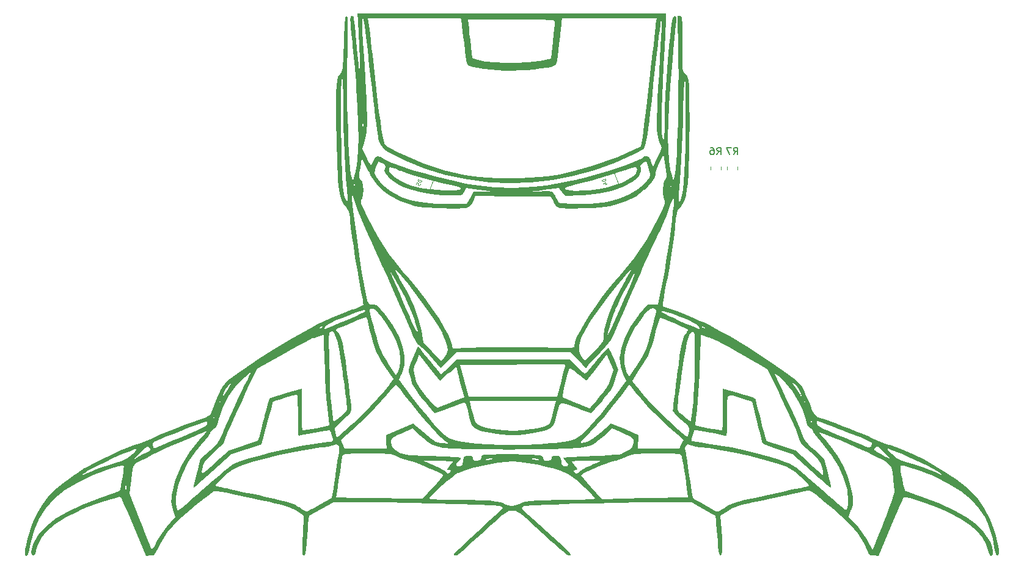
<source format=gbr>
%TF.GenerationSoftware,KiCad,Pcbnew,(6.0.5)*%
%TF.CreationDate,2022-12-16T11:23:46+03:00*%
%TF.ProjectId,3dprinter,33647072-696e-4746-9572-2e6b69636164,rev?*%
%TF.SameCoordinates,Original*%
%TF.FileFunction,Legend,Bot*%
%TF.FilePolarity,Positive*%
%FSLAX46Y46*%
G04 Gerber Fmt 4.6, Leading zero omitted, Abs format (unit mm)*
G04 Created by KiCad (PCBNEW (6.0.5)) date 2022-12-16 11:23:46*
%MOMM*%
%LPD*%
G01*
G04 APERTURE LIST*
%ADD10C,0.125000*%
%ADD11C,0.150000*%
%ADD12C,0.120000*%
G04 APERTURE END LIST*
D10*
%TO.C,D5*%
X163338771Y-70130570D02*
X162868924Y-69959560D01*
X162828208Y-70071428D01*
X162826151Y-70146692D01*
X162854612Y-70207726D01*
X162891216Y-70246386D01*
X162972567Y-70301333D01*
X163039688Y-70325763D01*
X163137326Y-70335963D01*
X163190216Y-70329876D01*
X163251250Y-70301416D01*
X163298054Y-70242438D01*
X163338771Y-70130570D01*
X162616481Y-70653142D02*
X162697914Y-70429406D01*
X162929794Y-70488466D01*
X162899277Y-70502696D01*
X162860617Y-70539300D01*
X162819900Y-70651168D01*
X162825987Y-70704059D01*
X162840217Y-70734576D01*
X162876821Y-70773236D01*
X162988689Y-70813953D01*
X163041580Y-70807866D01*
X163072097Y-70793636D01*
X163110757Y-70757032D01*
X163151474Y-70645163D01*
X163145387Y-70592273D01*
X163131157Y-70561756D01*
D11*
%TO.C,R6*%
X204266666Y-66552380D02*
X204600000Y-66076190D01*
X204838095Y-66552380D02*
X204838095Y-65552380D01*
X204457142Y-65552380D01*
X204361904Y-65600000D01*
X204314285Y-65647619D01*
X204266666Y-65742857D01*
X204266666Y-65885714D01*
X204314285Y-65980952D01*
X204361904Y-66028571D01*
X204457142Y-66076190D01*
X204838095Y-66076190D01*
X203409523Y-65552380D02*
X203600000Y-65552380D01*
X203695238Y-65600000D01*
X203742857Y-65647619D01*
X203838095Y-65790476D01*
X203885714Y-65980952D01*
X203885714Y-66361904D01*
X203838095Y-66457142D01*
X203790476Y-66504761D01*
X203695238Y-66552380D01*
X203504761Y-66552380D01*
X203409523Y-66504761D01*
X203361904Y-66457142D01*
X203314285Y-66361904D01*
X203314285Y-66123809D01*
X203361904Y-66028571D01*
X203409523Y-65980952D01*
X203504761Y-65933333D01*
X203695238Y-65933333D01*
X203790476Y-65980952D01*
X203838095Y-66028571D01*
X203885714Y-66123809D01*
%TO.C,R7*%
X206566666Y-66552380D02*
X206900000Y-66076190D01*
X207138095Y-66552380D02*
X207138095Y-65552380D01*
X206757142Y-65552380D01*
X206661904Y-65600000D01*
X206614285Y-65647619D01*
X206566666Y-65742857D01*
X206566666Y-65885714D01*
X206614285Y-65980952D01*
X206661904Y-66028571D01*
X206757142Y-66076190D01*
X207138095Y-66076190D01*
X206233333Y-65552380D02*
X205566666Y-65552380D01*
X205995238Y-66552380D01*
D10*
%TO.C,D4*%
X188786327Y-69875846D02*
X188316481Y-70046857D01*
X188357198Y-70158725D01*
X188404001Y-70217702D01*
X188465035Y-70246163D01*
X188517926Y-70252250D01*
X188615564Y-70242050D01*
X188682685Y-70217620D01*
X188764036Y-70162673D01*
X188800640Y-70124013D01*
X188829100Y-70062979D01*
X188827044Y-69987715D01*
X188786327Y-69875846D01*
X188717397Y-70661062D02*
X189030627Y-70547055D01*
X188497691Y-70614341D02*
X188792579Y-70380323D01*
X188898442Y-70671180D01*
%TO.C,G\u002A\u002A\u002A*%
G36*
X120924606Y-113424424D02*
G01*
X122196524Y-113424424D01*
X122230889Y-113486798D01*
X122288402Y-113381169D01*
X122415493Y-112941891D01*
X122449447Y-112652706D01*
X122438536Y-112356883D01*
X122388127Y-112361771D01*
X122311358Y-112642440D01*
X122239407Y-113051299D01*
X122196524Y-113424424D01*
X120924606Y-113424424D01*
X121069667Y-113369768D01*
X121404945Y-113227532D01*
X121471302Y-113187565D01*
X121559088Y-112966107D01*
X121670488Y-112514747D01*
X121791111Y-111918260D01*
X121906567Y-111261422D01*
X122002465Y-110629008D01*
X122064416Y-110105794D01*
X122078030Y-109776555D01*
X122061524Y-109710442D01*
X121844392Y-109696486D01*
X121377281Y-109790640D01*
X120715333Y-109975651D01*
X119913689Y-110234263D01*
X119027490Y-110549223D01*
X118111878Y-110903275D01*
X117677922Y-111082127D01*
X115635523Y-112049725D01*
X113897116Y-113111789D01*
X112445353Y-114288247D01*
X111262888Y-115599026D01*
X110332374Y-117064056D01*
X109636463Y-118703265D01*
X109157808Y-120536581D01*
X109081682Y-120957538D01*
X108921751Y-121692482D01*
X108743037Y-122119870D01*
X108550474Y-122231917D01*
X108377181Y-122069530D01*
X108362104Y-121824260D01*
X108429466Y-121333888D01*
X108563836Y-120668331D01*
X108749781Y-119897503D01*
X108971867Y-119091320D01*
X109186234Y-118404278D01*
X109613974Y-117321754D01*
X110184880Y-116160178D01*
X110830409Y-115046045D01*
X111482018Y-114105847D01*
X111586292Y-113975069D01*
X112064145Y-113476943D01*
X112767409Y-112857965D01*
X113636566Y-112163499D01*
X114612097Y-111438914D01*
X115282286Y-110973932D01*
X116362499Y-110973932D01*
X116549545Y-110944871D01*
X117000651Y-110752192D01*
X117312301Y-110600284D01*
X117854006Y-110362403D01*
X118620873Y-110068635D01*
X119520118Y-109750966D01*
X120458952Y-109441384D01*
X121344589Y-109171876D01*
X121863910Y-109029543D01*
X123203247Y-109029543D01*
X124179267Y-108445035D01*
X124719528Y-108133462D01*
X125182433Y-107887561D01*
X125457514Y-107764603D01*
X125717567Y-107619464D01*
X125707462Y-107386897D01*
X125552822Y-107141109D01*
X125433856Y-107029748D01*
X125279578Y-107040552D01*
X125039032Y-107205521D01*
X124661262Y-107556653D01*
X124274575Y-107943837D01*
X123203247Y-109029543D01*
X121863910Y-109029543D01*
X121886805Y-109023268D01*
X122562076Y-108708478D01*
X123271012Y-108118197D01*
X123281860Y-108107175D01*
X123630639Y-107727203D01*
X123831237Y-107458464D01*
X123842137Y-107361039D01*
X123542318Y-107432689D01*
X123004135Y-107630562D01*
X122282071Y-107929044D01*
X121430611Y-108302521D01*
X120504238Y-108725377D01*
X119557435Y-109171998D01*
X118644686Y-109616769D01*
X117820473Y-110034077D01*
X117139282Y-110398306D01*
X116655595Y-110683841D01*
X116449156Y-110836734D01*
X116362499Y-110973932D01*
X115282286Y-110973932D01*
X115634482Y-110729576D01*
X116644202Y-110080850D01*
X116892505Y-109930575D01*
X117930007Y-109347484D01*
X119123553Y-108735256D01*
X120383297Y-108135351D01*
X121619395Y-107589232D01*
X122742000Y-107138360D01*
X123552832Y-106856958D01*
X123811448Y-106767824D01*
X126047884Y-106767824D01*
X126114850Y-106938231D01*
X126293286Y-107329855D01*
X127469695Y-106824817D01*
X128045217Y-106579264D01*
X128836897Y-106243576D01*
X129756617Y-105855017D01*
X130716259Y-105450850D01*
X131120130Y-105281162D01*
X132091230Y-104865098D01*
X132790901Y-104543055D01*
X133257017Y-104294406D01*
X133527454Y-104098520D01*
X133640088Y-103934772D01*
X133646861Y-103905039D01*
X133626241Y-103636256D01*
X134349385Y-103636256D01*
X134379709Y-103850179D01*
X134436012Y-103852733D01*
X134475385Y-103631985D01*
X134449033Y-103536607D01*
X134375797Y-103474133D01*
X134349385Y-103636256D01*
X133626241Y-103636256D01*
X133626173Y-103635376D01*
X133542739Y-103567533D01*
X133343000Y-103625070D01*
X132891627Y-103783620D01*
X132243426Y-104022094D01*
X131453204Y-104319402D01*
X130575766Y-104654453D01*
X129665919Y-105006159D01*
X128778467Y-105353429D01*
X127968218Y-105675172D01*
X127289976Y-105950300D01*
X126798547Y-106157722D01*
X126713987Y-106195314D01*
X126263724Y-106413622D01*
X126061086Y-106580409D01*
X126047884Y-106767824D01*
X123811448Y-106767824D01*
X124220420Y-106626869D01*
X125047778Y-106307809D01*
X125897409Y-105953795D01*
X126254546Y-105795586D01*
X127117266Y-105418498D01*
X128164894Y-104982188D01*
X129310926Y-104520662D01*
X130468860Y-104067928D01*
X131552192Y-103657992D01*
X132474421Y-103324861D01*
X132934416Y-103169522D01*
X133458634Y-102990260D01*
X134501299Y-102990260D01*
X134583766Y-103072728D01*
X134666234Y-102990260D01*
X134583766Y-102907793D01*
X134501299Y-102990260D01*
X133458634Y-102990260D01*
X133521083Y-102968905D01*
X133888953Y-102777702D01*
X134126141Y-102508325D01*
X134320761Y-102073185D01*
X134472982Y-101640151D01*
X134730116Y-100964376D01*
X134780496Y-100846104D01*
X135325974Y-100846104D01*
X135408442Y-100928572D01*
X135490909Y-100846104D01*
X135408442Y-100763637D01*
X135325974Y-100846104D01*
X134780496Y-100846104D01*
X134921010Y-100516234D01*
X135490909Y-100516234D01*
X135573377Y-100598702D01*
X135655844Y-100516234D01*
X135573377Y-100433767D01*
X135490909Y-100516234D01*
X134921010Y-100516234D01*
X135067537Y-100172246D01*
X135739472Y-100172246D01*
X135793284Y-100155601D01*
X135989672Y-99883792D01*
X136343234Y-99346374D01*
X136475038Y-99142774D01*
X136795411Y-98633987D01*
X136940132Y-98359790D01*
X136921953Y-98283997D01*
X136753625Y-98370425D01*
X136745331Y-98375838D01*
X136460805Y-98672131D01*
X136158501Y-99151467D01*
X136001193Y-99481820D01*
X135813641Y-99944171D01*
X135739472Y-100172246D01*
X135067537Y-100172246D01*
X135069263Y-100168194D01*
X135417597Y-99422469D01*
X135422029Y-99413528D01*
X135641135Y-98981538D01*
X135842256Y-98636897D01*
X136070965Y-98335790D01*
X136372836Y-98034402D01*
X136793446Y-97688920D01*
X137378367Y-97255528D01*
X138173175Y-96690412D01*
X138478256Y-96475325D01*
X140619136Y-95010802D01*
X142776938Y-93618716D01*
X144912980Y-92320485D01*
X146988576Y-91137528D01*
X147780820Y-90718146D01*
X149840260Y-90718146D01*
X149875709Y-90739946D01*
X150002411Y-90714325D01*
X150250894Y-90628921D01*
X150651691Y-90471373D01*
X151235329Y-90229321D01*
X152032341Y-89890403D01*
X153073256Y-89442258D01*
X154247262Y-88933843D01*
X154835042Y-88659605D01*
X155272807Y-88418073D01*
X155497821Y-88245758D01*
X155511628Y-88198005D01*
X155446971Y-88134478D01*
X155325777Y-88116852D01*
X155104984Y-88158244D01*
X154741528Y-88271771D01*
X154192347Y-88470552D01*
X153414377Y-88767705D01*
X152593954Y-89086779D01*
X151441740Y-89566216D01*
X150605287Y-89982945D01*
X150077363Y-90341250D01*
X149850732Y-90645417D01*
X149840260Y-90718146D01*
X147780820Y-90718146D01*
X147898456Y-90655874D01*
X149197243Y-90655874D01*
X149362511Y-90621268D01*
X149393802Y-90609526D01*
X149595772Y-90478865D01*
X149597222Y-90404581D01*
X149422744Y-90423082D01*
X149301472Y-90517196D01*
X149197243Y-90655874D01*
X147898456Y-90655874D01*
X148965043Y-90091266D01*
X150803696Y-89203118D01*
X152465853Y-88494503D01*
X153675000Y-88060824D01*
X153895095Y-87985330D01*
X156107792Y-87985330D01*
X156148529Y-88211578D01*
X156258831Y-88686978D01*
X156420833Y-89342608D01*
X156616672Y-90109546D01*
X156828485Y-90918870D01*
X157038407Y-91701660D01*
X157228575Y-92388994D01*
X157381125Y-92911949D01*
X157403232Y-92983374D01*
X157647452Y-93593620D01*
X158031140Y-94359916D01*
X158497418Y-95173239D01*
X158770670Y-95604452D01*
X159810745Y-97181768D01*
X160099100Y-96539910D01*
X160271953Y-95977797D01*
X160376844Y-95291687D01*
X160391779Y-94979612D01*
X160270255Y-93756068D01*
X159886761Y-92483723D01*
X159229983Y-91136273D01*
X158288604Y-89687416D01*
X157877688Y-89135715D01*
X157361292Y-88504594D01*
X156962912Y-88121460D01*
X156638967Y-87946719D01*
X156549496Y-87928980D01*
X156227119Y-87925422D01*
X156107792Y-87985330D01*
X153895095Y-87985330D01*
X154344856Y-87831059D01*
X154878076Y-87619126D01*
X155208290Y-87453165D01*
X155283117Y-87378998D01*
X155254418Y-87171070D01*
X155174556Y-86692343D01*
X155052883Y-85996291D01*
X154898752Y-85136386D01*
X154721513Y-84166102D01*
X154715415Y-84133018D01*
X154420615Y-82483272D01*
X154148588Y-80862516D01*
X153907355Y-79324852D01*
X153704937Y-77924386D01*
X153549355Y-76715222D01*
X153448631Y-75751464D01*
X153423910Y-75421562D01*
X153348539Y-74755603D01*
X153192864Y-74284334D01*
X152914276Y-73876140D01*
X152520076Y-73361976D01*
X152243097Y-72860587D01*
X152050629Y-72280352D01*
X151909962Y-71529648D01*
X151820064Y-70811239D01*
X151765080Y-70157522D01*
X151712855Y-69240814D01*
X151664353Y-68113485D01*
X151620535Y-66827906D01*
X151582366Y-65436448D01*
X151550807Y-63991484D01*
X151526821Y-62545383D01*
X151511372Y-61150518D01*
X151505422Y-59859259D01*
X151506701Y-59537336D01*
X152175594Y-59537336D01*
X152176599Y-60787197D01*
X152184842Y-62125163D01*
X152199853Y-63510967D01*
X152221165Y-64904339D01*
X152248308Y-66265010D01*
X152280814Y-67552713D01*
X152318214Y-68727179D01*
X152360039Y-69748139D01*
X152405822Y-70575324D01*
X152455093Y-71168467D01*
X152473553Y-71316656D01*
X152609592Y-72078754D01*
X152764499Y-72644372D01*
X152922845Y-72970374D01*
X153069199Y-73013624D01*
X153077788Y-73005762D01*
X153086990Y-72828706D01*
X153068344Y-72392447D01*
X153061808Y-72296458D01*
X153694987Y-72296458D01*
X153720527Y-72780356D01*
X153785277Y-73504707D01*
X153883612Y-74426741D01*
X154009906Y-75503692D01*
X154158531Y-76692791D01*
X154323861Y-77951271D01*
X154500270Y-79236364D01*
X154682132Y-80505302D01*
X154863819Y-81715318D01*
X155039705Y-82823644D01*
X155204164Y-83787511D01*
X155351569Y-84564154D01*
X155360006Y-84605108D01*
X155565273Y-85600121D01*
X155718464Y-86318112D01*
X155839487Y-86803980D01*
X155948250Y-87102625D01*
X156064661Y-87258943D01*
X156208628Y-87317834D01*
X156400058Y-87324197D01*
X156564412Y-87321429D01*
X156848065Y-87340097D01*
X157092923Y-87426516D01*
X157355503Y-87626307D01*
X157692323Y-87985091D01*
X158159900Y-88548489D01*
X158301205Y-88723377D01*
X159399587Y-90244285D01*
X160217588Y-91726138D01*
X160750490Y-93151573D01*
X160993573Y-94503226D01*
X160942117Y-95763735D01*
X160591403Y-96915737D01*
X160551216Y-97000757D01*
X160180103Y-97764620D01*
X161837061Y-99965102D01*
X162995712Y-101466806D01*
X164079525Y-102797955D01*
X165063787Y-103930024D01*
X165923783Y-104834487D01*
X166573294Y-105432146D01*
X167161362Y-105850700D01*
X167798502Y-106127232D01*
X168464586Y-106297254D01*
X169583626Y-106481063D01*
X170962865Y-106627921D01*
X172534449Y-106735425D01*
X174230520Y-106801171D01*
X175983224Y-106822756D01*
X177724703Y-106797776D01*
X179387102Y-106723830D01*
X179775974Y-106697871D01*
X181174345Y-106594889D01*
X181938295Y-106527855D01*
X185416281Y-106527855D01*
X185459893Y-106536364D01*
X185982394Y-106488031D01*
X186489928Y-106319682D01*
X187048746Y-105996290D01*
X187725097Y-105482830D01*
X188182545Y-105096919D01*
X189619753Y-103855567D01*
X191511043Y-104659927D01*
X193402333Y-105464286D01*
X193300649Y-107361640D01*
X196193883Y-107361340D01*
X199087117Y-107361039D01*
X199359759Y-106759525D01*
X199583744Y-106265360D01*
X200786163Y-106265360D01*
X200798489Y-106284817D01*
X201007224Y-106338141D01*
X201473525Y-106420464D01*
X202127569Y-106520399D01*
X202871567Y-106622900D01*
X204548741Y-106874454D01*
X206322505Y-107196977D01*
X208116220Y-107572799D01*
X209853243Y-107984251D01*
X211456934Y-108413661D01*
X212850652Y-108843359D01*
X213499763Y-109073351D01*
X213983868Y-109262326D01*
X214400315Y-109449893D01*
X214796215Y-109669512D01*
X215218678Y-109954640D01*
X215714814Y-110338737D01*
X216331732Y-110855260D01*
X217116544Y-111537669D01*
X217728150Y-112076442D01*
X218885912Y-113098508D01*
X219821163Y-113922553D01*
X220558808Y-114568724D01*
X221123756Y-115057166D01*
X221540915Y-115408029D01*
X221835193Y-115641457D01*
X222031497Y-115777599D01*
X222154734Y-115836600D01*
X222229814Y-115838609D01*
X222281644Y-115803772D01*
X222306094Y-115779361D01*
X222393825Y-115535850D01*
X222453606Y-115070944D01*
X222471312Y-114579010D01*
X222316178Y-113055650D01*
X221870731Y-111465353D01*
X221155365Y-109851987D01*
X220190470Y-108259421D01*
X218996437Y-106731521D01*
X218641623Y-106340270D01*
X218189219Y-105827927D01*
X217841004Y-105378905D01*
X217649580Y-105063516D01*
X217646438Y-105051948D01*
X218448567Y-105051948D01*
X218497477Y-105161157D01*
X218727086Y-105449378D01*
X219089808Y-105857506D01*
X219145717Y-105917857D01*
X220099153Y-107066549D01*
X220988009Y-108371220D01*
X221761132Y-109741912D01*
X222367368Y-111088667D01*
X222733105Y-112226624D01*
X222962016Y-113224874D01*
X223093041Y-113989557D01*
X223129785Y-114600975D01*
X223075853Y-115139428D01*
X222934851Y-115685219D01*
X222893970Y-115809905D01*
X222562094Y-116795063D01*
X223308427Y-117592954D01*
X223891287Y-118278947D01*
X224487716Y-119085968D01*
X225025974Y-119908491D01*
X225434322Y-120640995D01*
X225543041Y-120879887D01*
X225715409Y-121189289D01*
X225861335Y-121279063D01*
X225879386Y-121265995D01*
X225970849Y-121080798D01*
X226162810Y-120631718D01*
X226437361Y-119962759D01*
X226776598Y-119117926D01*
X227162615Y-118141223D01*
X227443512Y-117422078D01*
X227847839Y-116363475D01*
X228206851Y-115387816D01*
X228503953Y-114543152D01*
X228722554Y-113877534D01*
X228846058Y-113439010D01*
X228856992Y-113367425D01*
X229516917Y-113367425D01*
X229547242Y-113581348D01*
X229603544Y-113583902D01*
X229642917Y-113363154D01*
X229616566Y-113267776D01*
X229543329Y-113205302D01*
X229516917Y-113367425D01*
X228856992Y-113367425D01*
X228867489Y-113298702D01*
X228840811Y-112956143D01*
X228809913Y-112638961D01*
X229365004Y-112638961D01*
X229390923Y-112873108D01*
X229448194Y-112845130D01*
X229469979Y-112507451D01*
X229448194Y-112432793D01*
X229387994Y-112412073D01*
X229365004Y-112638961D01*
X228809913Y-112638961D01*
X228785080Y-112384036D01*
X228710100Y-111680402D01*
X228669551Y-111319481D01*
X228593643Y-110676162D01*
X228506033Y-110189383D01*
X228364115Y-109813175D01*
X228125281Y-109501569D01*
X227746924Y-109208598D01*
X227186437Y-108888293D01*
X226401212Y-108494685D01*
X225763636Y-108184337D01*
X225112501Y-107876169D01*
X224324166Y-107516265D01*
X226042798Y-107516265D01*
X226175271Y-107622730D01*
X226514430Y-107836284D01*
X226975934Y-108108721D01*
X227475440Y-108391837D01*
X227928605Y-108637428D01*
X228251086Y-108797288D01*
X228344188Y-108831587D01*
X228272924Y-108730632D01*
X228016378Y-108449209D01*
X227622957Y-108039665D01*
X227437966Y-107851558D01*
X226954361Y-107373651D01*
X226939684Y-107361039D01*
X227953089Y-107361039D01*
X227970726Y-107465809D01*
X228179507Y-107739916D01*
X228518141Y-108107175D01*
X229223795Y-108699120D01*
X229897443Y-109019976D01*
X229913196Y-109024124D01*
X230764205Y-109261811D01*
X231703248Y-109553811D01*
X232641885Y-109869686D01*
X233491674Y-110178998D01*
X234164177Y-110451308D01*
X234444808Y-110583759D01*
X234962734Y-110834164D01*
X235295745Y-110956544D01*
X235410247Y-110944369D01*
X235272646Y-110791109D01*
X235194156Y-110729408D01*
X234803242Y-110478252D01*
X234193153Y-110140019D01*
X233418873Y-109740285D01*
X232535385Y-109304627D01*
X231597670Y-108858620D01*
X230660711Y-108427843D01*
X229779490Y-108037870D01*
X229008991Y-107714280D01*
X228404196Y-107482648D01*
X228020087Y-107368550D01*
X227953089Y-107361039D01*
X226939684Y-107361039D01*
X226641506Y-107104811D01*
X226445298Y-107012742D01*
X226311633Y-107065152D01*
X226247350Y-107140874D01*
X226080653Y-107408578D01*
X226042798Y-107516265D01*
X224324166Y-107516265D01*
X224308091Y-107508926D01*
X223401155Y-107104341D01*
X222442446Y-106684145D01*
X221482713Y-106270070D01*
X220572707Y-105883848D01*
X219763180Y-105547212D01*
X219104882Y-105281893D01*
X218648565Y-105109624D01*
X218448567Y-105051948D01*
X217646438Y-105051948D01*
X217628572Y-104986161D01*
X217493021Y-104719950D01*
X217235575Y-104535945D01*
X216990649Y-104352288D01*
X216798165Y-104009707D01*
X216682184Y-103636256D01*
X217311723Y-103636256D01*
X217342047Y-103850179D01*
X217398350Y-103852733D01*
X217437723Y-103631985D01*
X217434528Y-103620421D01*
X218134984Y-103620421D01*
X218152468Y-103830991D01*
X218203391Y-104040029D01*
X218336617Y-104217603D01*
X218606380Y-104398477D01*
X219066915Y-104617416D01*
X219772459Y-104909186D01*
X219937662Y-104975316D01*
X220839422Y-105341615D01*
X221889719Y-105777937D01*
X222935637Y-106220363D01*
X223566234Y-106492042D01*
X224351984Y-106831753D01*
X224889894Y-107051649D01*
X225234346Y-107164111D01*
X225439723Y-107181517D01*
X225560408Y-107116247D01*
X225650786Y-106980679D01*
X225657796Y-106968135D01*
X225766614Y-106666968D01*
X225740263Y-106523548D01*
X225489281Y-106380820D01*
X224980828Y-106145066D01*
X224266760Y-105837856D01*
X223398931Y-105480761D01*
X222429197Y-105095350D01*
X221409412Y-104703193D01*
X220951443Y-104531550D01*
X220125226Y-104221434D01*
X219391777Y-103940326D01*
X218815591Y-103713375D01*
X218461161Y-103565727D01*
X218399871Y-103536619D01*
X218190069Y-103466753D01*
X218134984Y-103620421D01*
X217434528Y-103620421D01*
X217411371Y-103536607D01*
X217338134Y-103474133D01*
X217311723Y-103636256D01*
X216682184Y-103636256D01*
X216618827Y-103432253D01*
X216576038Y-103261234D01*
X216148820Y-101962328D01*
X215615528Y-100846104D01*
X216309091Y-100846104D01*
X216391559Y-100928572D01*
X216474026Y-100846104D01*
X216391559Y-100763637D01*
X216309091Y-100846104D01*
X215615528Y-100846104D01*
X215514441Y-100634520D01*
X215441142Y-100516234D01*
X216144156Y-100516234D01*
X216226624Y-100598702D01*
X216309091Y-100516234D01*
X216226624Y-100433767D01*
X216144156Y-100516234D01*
X215441142Y-100516234D01*
X214727511Y-99364607D01*
X213842640Y-98239389D01*
X213788341Y-98187107D01*
X214737860Y-98187107D01*
X214738108Y-98258025D01*
X214935497Y-98538549D01*
X215008214Y-98634700D01*
X215361194Y-99142684D01*
X215673324Y-99660600D01*
X215711608Y-99732793D01*
X215943911Y-100140720D01*
X216053675Y-100248765D01*
X216025031Y-100062497D01*
X215878824Y-99674087D01*
X215580359Y-99027399D01*
X215304653Y-98609290D01*
X214989679Y-98329551D01*
X214925770Y-98288018D01*
X214737860Y-98187107D01*
X213788341Y-98187107D01*
X212914440Y-97345664D01*
X212795690Y-97252721D01*
X212544922Y-97061056D01*
X212382868Y-96954697D01*
X212318092Y-96969181D01*
X212359155Y-97140043D01*
X212514620Y-97502820D01*
X212793050Y-98093048D01*
X213203006Y-98946263D01*
X213204489Y-98949351D01*
X213923519Y-100460797D01*
X214570508Y-101848982D01*
X215129387Y-103078148D01*
X215584085Y-104112535D01*
X215918535Y-104916385D01*
X216086268Y-105362307D01*
X216274944Y-105820780D01*
X216533500Y-106242169D01*
X216917714Y-106698564D01*
X217483362Y-107262056D01*
X217749148Y-107511515D01*
X219106737Y-108773092D01*
X219616338Y-110721845D01*
X219807020Y-111474743D01*
X219954467Y-112103263D01*
X220044590Y-112543794D01*
X220063302Y-112732726D01*
X220062104Y-112734434D01*
X219926130Y-112648703D01*
X219581771Y-112372923D01*
X219065544Y-111938034D01*
X218413966Y-111374977D01*
X217663556Y-110714693D01*
X217366841Y-110450758D01*
X214735415Y-108103247D01*
X212697731Y-107444481D01*
X211928520Y-107182711D01*
X211279676Y-106937159D01*
X210813051Y-106733044D01*
X210590496Y-106595585D01*
X210581759Y-106581696D01*
X210517201Y-106360892D01*
X210387345Y-105876807D01*
X210207025Y-105186148D01*
X209991078Y-104345625D01*
X209804782Y-103611891D01*
X209106094Y-100846104D01*
X207736077Y-100398925D01*
X206993574Y-100149273D01*
X206452582Y-99981133D01*
X206081537Y-99929702D01*
X205848875Y-100030173D01*
X205723031Y-100317742D01*
X205672440Y-100827605D01*
X205665540Y-101594955D01*
X205670765Y-102654988D01*
X205670779Y-102701790D01*
X205666256Y-103629004D01*
X205653714Y-104429661D01*
X205634693Y-105050624D01*
X205610734Y-105438758D01*
X205588312Y-105546021D01*
X205404486Y-105516125D01*
X204959606Y-105435050D01*
X204316446Y-105314462D01*
X203537779Y-105166027D01*
X203368671Y-105133517D01*
X202575580Y-104981284D01*
X201910638Y-104854503D01*
X201434751Y-104764721D01*
X201208823Y-104723489D01*
X201198786Y-104722078D01*
X201104512Y-104864451D01*
X200985128Y-105210927D01*
X200871619Y-105640545D01*
X200794969Y-106032344D01*
X200786163Y-106265360D01*
X199583744Y-106265360D01*
X199632401Y-106158010D01*
X198775616Y-105403433D01*
X197742125Y-104466354D01*
X196671659Y-103447815D01*
X195612501Y-102397615D01*
X194612933Y-101365552D01*
X193721236Y-100401426D01*
X192985692Y-99555036D01*
X192475490Y-98905311D01*
X192146068Y-98448934D01*
X190991540Y-99968709D01*
X189847815Y-101435631D01*
X188720583Y-102808069D01*
X187654776Y-104033611D01*
X186695330Y-105059842D01*
X186244781Y-105505520D01*
X185711729Y-106039618D01*
X185436878Y-106378668D01*
X185416281Y-106527855D01*
X181938295Y-106527855D01*
X182293352Y-106496700D01*
X183182710Y-106385230D01*
X183892131Y-106242406D01*
X184471330Y-106050153D01*
X184970019Y-105790398D01*
X185437912Y-105445067D01*
X185924722Y-104996085D01*
X186480163Y-104425379D01*
X186718680Y-104173772D01*
X187400145Y-103423023D01*
X188190819Y-102503305D01*
X189007799Y-101513808D01*
X189768185Y-100553721D01*
X190020763Y-100222916D01*
X191734579Y-97950377D01*
X191709937Y-97901749D01*
X192558442Y-97901749D01*
X192665027Y-98096958D01*
X192968857Y-98507027D01*
X193446043Y-99102039D01*
X194072698Y-99852079D01*
X194696967Y-100579855D01*
X195049495Y-100961543D01*
X195556116Y-101476875D01*
X196175006Y-102086604D01*
X196864337Y-102751486D01*
X197582285Y-103432275D01*
X198287023Y-104089725D01*
X198936726Y-104684590D01*
X199489568Y-105177626D01*
X199903723Y-105529586D01*
X200137365Y-105701225D01*
X200166203Y-105711689D01*
X200285185Y-105573895D01*
X200371369Y-105340585D01*
X200462506Y-104881955D01*
X200427920Y-104512803D01*
X200229794Y-104160400D01*
X200222819Y-104153270D01*
X201265765Y-104153270D01*
X203055934Y-104502579D01*
X203788464Y-104637076D01*
X204399710Y-104733476D01*
X204818618Y-104781580D01*
X204969805Y-104777249D01*
X205010196Y-104595915D01*
X205045062Y-104139709D01*
X205072078Y-103463611D01*
X205088920Y-102622604D01*
X205093507Y-101852035D01*
X205093507Y-99001460D01*
X207255867Y-99620363D01*
X208057562Y-99856925D01*
X208744481Y-100073000D01*
X209254209Y-100247960D01*
X209524331Y-100361176D01*
X209547426Y-100377750D01*
X209630883Y-100581305D01*
X209770291Y-101043705D01*
X209948158Y-101702207D01*
X210146989Y-102494066D01*
X210206828Y-102742857D01*
X210419036Y-103620453D01*
X210623181Y-104440600D01*
X210798233Y-105120375D01*
X210923163Y-105576857D01*
X210938800Y-105629221D01*
X211140569Y-106288961D01*
X213134780Y-106948702D01*
X215128991Y-107608442D01*
X216997288Y-109290079D01*
X217651770Y-109873626D01*
X218220732Y-110370452D01*
X218659168Y-110742074D01*
X218922071Y-110950008D01*
X218974409Y-110980664D01*
X218998423Y-110840611D01*
X218950474Y-110467857D01*
X218863258Y-110043310D01*
X218641467Y-109342190D01*
X218321396Y-108838825D01*
X218094693Y-108613467D01*
X217265218Y-107874664D01*
X216653751Y-107308120D01*
X216224453Y-106875441D01*
X215941484Y-106538230D01*
X215769004Y-106258092D01*
X215679500Y-106026050D01*
X215475633Y-105444195D01*
X215119975Y-104571994D01*
X214613434Y-103411504D01*
X213956915Y-101964779D01*
X213151324Y-100233875D01*
X212755311Y-99394272D01*
X211287486Y-96293089D01*
X209798613Y-95451457D01*
X209101763Y-95056919D01*
X208217816Y-94555535D01*
X207246274Y-94003790D01*
X206286636Y-93458168D01*
X206008119Y-93299668D01*
X205191227Y-92846964D01*
X204442071Y-92454455D01*
X203821231Y-92152191D01*
X203389289Y-91970221D01*
X203250431Y-91931792D01*
X202779668Y-91823726D01*
X202470363Y-91700673D01*
X202186519Y-91562907D01*
X202079378Y-91527273D01*
X202055798Y-91684525D01*
X202025940Y-92125768D01*
X201991949Y-92805227D01*
X201955972Y-93677130D01*
X201920157Y-94695704D01*
X201899526Y-95362013D01*
X201846278Y-96985229D01*
X201787057Y-98365992D01*
X201716039Y-99591720D01*
X201627402Y-100749832D01*
X201515322Y-101927744D01*
X201380138Y-103159427D01*
X201265765Y-104153270D01*
X200222819Y-104153270D01*
X199830310Y-103752021D01*
X199320779Y-103320130D01*
X198796722Y-102860167D01*
X198399864Y-102451504D01*
X198187074Y-102155163D01*
X198166234Y-102081263D01*
X198186256Y-101846242D01*
X198230222Y-101443736D01*
X198829981Y-101443736D01*
X198846104Y-101807700D01*
X198909401Y-102067976D01*
X199021273Y-102261878D01*
X199183118Y-102426723D01*
X199396337Y-102599826D01*
X199634229Y-102794303D01*
X200087264Y-103159194D01*
X200445631Y-103406046D01*
X200637179Y-103485618D01*
X200643488Y-103483070D01*
X200698962Y-103301441D01*
X200772332Y-102850460D01*
X200855655Y-102189629D01*
X200940987Y-101378452D01*
X200978531Y-100973412D01*
X201046176Y-100035155D01*
X201106356Y-98864834D01*
X201155447Y-97560229D01*
X201189823Y-96219123D01*
X201205861Y-94939299D01*
X201206285Y-94829177D01*
X201207302Y-93611548D01*
X201200387Y-92685165D01*
X201183116Y-92011451D01*
X201153062Y-91551828D01*
X201107799Y-91267718D01*
X201044904Y-91120543D01*
X200970130Y-91073065D01*
X200739072Y-91130946D01*
X200519016Y-91409601D01*
X200305001Y-91927098D01*
X200092067Y-92701503D01*
X199875254Y-93750884D01*
X199649600Y-95093308D01*
X199410145Y-96746842D01*
X199408003Y-96762530D01*
X199209246Y-98204674D01*
X199050665Y-99356551D01*
X198933661Y-100255477D01*
X198859634Y-100938766D01*
X198829981Y-101443736D01*
X198230222Y-101443736D01*
X198242802Y-101328564D01*
X198330594Y-100572782D01*
X198444353Y-99623449D01*
X198578799Y-98525118D01*
X198728654Y-97322343D01*
X198753572Y-97124270D01*
X198943623Y-95647787D01*
X199108025Y-94460372D01*
X199255633Y-93523031D01*
X199395304Y-92796771D01*
X199535895Y-92242599D01*
X199686262Y-91821522D01*
X199855262Y-91494546D01*
X200051751Y-91222678D01*
X200109354Y-91155158D01*
X200280608Y-90907867D01*
X200295634Y-90800635D01*
X200123832Y-90712639D01*
X199719853Y-90529653D01*
X199156380Y-90282684D01*
X198506096Y-90002739D01*
X197841683Y-89720825D01*
X197235825Y-89467947D01*
X196761204Y-89275112D01*
X196490503Y-89173327D01*
X196463272Y-89165754D01*
X196371454Y-89305957D01*
X196216990Y-89712512D01*
X196017596Y-90331841D01*
X195790989Y-91110363D01*
X195655130Y-91609741D01*
X195393577Y-92576539D01*
X195174400Y-93310139D01*
X194959967Y-93897360D01*
X194712647Y-94425023D01*
X194394806Y-94979950D01*
X193968812Y-95648962D01*
X193778404Y-95939515D01*
X193330060Y-96629006D01*
X192955848Y-97218767D01*
X192689269Y-97654909D01*
X192563827Y-97883549D01*
X192558442Y-97901749D01*
X191709937Y-97901749D01*
X191307581Y-97107737D01*
X190901047Y-95946297D01*
X190799633Y-94682704D01*
X190836515Y-94433492D01*
X191446572Y-94433492D01*
X191450072Y-95578511D01*
X191711926Y-96584934D01*
X191809168Y-96791531D01*
X192092913Y-97340234D01*
X192668676Y-96536676D01*
X193059830Y-95964886D01*
X193511468Y-95267043D01*
X193888011Y-94656562D01*
X194191433Y-94092218D01*
X194466427Y-93443381D01*
X194737304Y-92641670D01*
X195028376Y-91618707D01*
X195194363Y-90982199D01*
X195418556Y-90089075D01*
X195610322Y-89297689D01*
X195755715Y-88667808D01*
X195822858Y-88345331D01*
X196516883Y-88345331D01*
X196659136Y-88446581D01*
X197046672Y-88649308D01*
X197620657Y-88927212D01*
X198322259Y-89253989D01*
X199092643Y-89603339D01*
X199872977Y-89948961D01*
X200604426Y-90264551D01*
X201228158Y-90523810D01*
X201685340Y-90700434D01*
X201917137Y-90768124D01*
X201931685Y-90766028D01*
X201892292Y-90621704D01*
X201790000Y-90445839D01*
X202177640Y-90445839D01*
X202289611Y-90537663D01*
X202590290Y-90677228D01*
X202701948Y-90697546D01*
X202731452Y-90629487D01*
X202619481Y-90537663D01*
X202318801Y-90398097D01*
X202207143Y-90377779D01*
X202177640Y-90445839D01*
X201790000Y-90445839D01*
X201731815Y-90345804D01*
X201483062Y-90126322D01*
X201019339Y-89852408D01*
X200398560Y-89546278D01*
X199678638Y-89230147D01*
X198917484Y-88926231D01*
X198173013Y-88656746D01*
X197503136Y-88443907D01*
X196965766Y-88309930D01*
X196618816Y-88277030D01*
X196516883Y-88345331D01*
X195822858Y-88345331D01*
X195840790Y-88259204D01*
X195857143Y-88141547D01*
X195710037Y-87949302D01*
X195382206Y-87898702D01*
X195079937Y-87963423D01*
X194747576Y-88178082D01*
X194357020Y-88573421D01*
X193880167Y-89180182D01*
X193288913Y-90029107D01*
X192908369Y-90604872D01*
X192183503Y-91902871D01*
X191693643Y-93193678D01*
X191446572Y-94433492D01*
X190836515Y-94433492D01*
X190999691Y-93330894D01*
X191497575Y-91904806D01*
X192289635Y-90418376D01*
X193372226Y-88885542D01*
X193501870Y-88723377D01*
X194634980Y-87321429D01*
X196129226Y-87369883D01*
X196562866Y-85201500D01*
X196781287Y-84050200D01*
X197008814Y-82745358D01*
X197238450Y-81337280D01*
X197463197Y-79876272D01*
X197676056Y-78412637D01*
X197870029Y-76996682D01*
X198038118Y-75678712D01*
X198173325Y-74509031D01*
X198268652Y-73537944D01*
X198317101Y-72815758D01*
X198321311Y-72571266D01*
X198967001Y-72571266D01*
X198993848Y-72947421D01*
X199084913Y-73048624D01*
X199231119Y-72853798D01*
X199318227Y-72648923D01*
X199448725Y-72155266D01*
X199563348Y-71396634D01*
X199662763Y-70362439D01*
X199747635Y-69042094D01*
X199818631Y-67425011D01*
X199876417Y-65500601D01*
X199921660Y-63258277D01*
X199925873Y-62993507D01*
X199945709Y-61421441D01*
X199954505Y-60005015D01*
X199952556Y-58775707D01*
X199940155Y-57764993D01*
X199917597Y-57004350D01*
X199885179Y-56525254D01*
X199864061Y-56396104D01*
X199812951Y-56306605D01*
X199767029Y-56452369D01*
X199725045Y-56851240D01*
X199685752Y-57521062D01*
X199647901Y-58479679D01*
X199610246Y-59744935D01*
X199598734Y-60189611D01*
X199547430Y-61990636D01*
X199484925Y-63794206D01*
X199413607Y-65552391D01*
X199335862Y-67217258D01*
X199254077Y-68740876D01*
X199170641Y-70075312D01*
X199087941Y-71172636D01*
X199013449Y-71941234D01*
X198967001Y-72571266D01*
X198321311Y-72571266D01*
X198321509Y-72559741D01*
X198267727Y-72553729D01*
X198123584Y-72816200D01*
X197908656Y-73304623D01*
X197642516Y-73976468D01*
X197524436Y-74291559D01*
X197171374Y-75212921D01*
X196790345Y-76149601D01*
X196426481Y-76993788D01*
X196124918Y-77637670D01*
X196117174Y-77653026D01*
X195758032Y-78384566D01*
X195342984Y-79262357D01*
X194945910Y-80129382D01*
X194836679Y-80374454D01*
X194453671Y-81240152D01*
X194027972Y-82200931D01*
X193637182Y-83081683D01*
X193548844Y-83280520D01*
X192632633Y-85345840D01*
X191842364Y-87135578D01*
X191167229Y-88674340D01*
X190596421Y-89986733D01*
X190252641Y-90785065D01*
X189889150Y-91606593D01*
X189576196Y-92219479D01*
X189247181Y-92723455D01*
X188835510Y-93218251D01*
X188274587Y-93803600D01*
X188160052Y-93918831D01*
X187586807Y-94504417D01*
X187065340Y-95055898D01*
X186662139Y-95501917D01*
X186475528Y-95726697D01*
X186106198Y-96215082D01*
X185065548Y-95066957D01*
X184024899Y-93918831D01*
X168130799Y-93918831D01*
X167028596Y-95053976D01*
X165926393Y-96189120D01*
X165429106Y-95552768D01*
X164955546Y-94976909D01*
X164424357Y-94378237D01*
X163892247Y-93815321D01*
X163415922Y-93346727D01*
X163052090Y-93031025D01*
X162890561Y-92930910D01*
X162711125Y-92745603D01*
X162460319Y-92327170D01*
X162181467Y-91751774D01*
X162067060Y-91483216D01*
X161792210Y-90826557D01*
X161408216Y-89930579D01*
X160935299Y-88840801D01*
X160393680Y-87602742D01*
X159803580Y-86261922D01*
X159185220Y-84863859D01*
X158558819Y-83454073D01*
X158260475Y-82785715D01*
X158995090Y-82785715D01*
X159037098Y-82926771D01*
X159192455Y-83313390D01*
X159438192Y-83890749D01*
X159751343Y-84604023D01*
X159841506Y-84806169D01*
X160256035Y-85740254D01*
X160742522Y-86848452D01*
X161244323Y-88001105D01*
X161704797Y-89068557D01*
X161765764Y-89210885D01*
X162182323Y-90152461D01*
X162501098Y-90808213D01*
X162716687Y-91175423D01*
X162823686Y-91251369D01*
X162816690Y-91033332D01*
X162690297Y-90518592D01*
X162439102Y-89704430D01*
X162377932Y-89519005D01*
X162067961Y-88674372D01*
X161665385Y-87697457D01*
X161236322Y-86745154D01*
X161034817Y-86331818D01*
X160629536Y-85547236D01*
X160210196Y-84768455D01*
X159808043Y-84049799D01*
X159454324Y-83445591D01*
X159180285Y-83010153D01*
X159017174Y-82797809D01*
X158995090Y-82785715D01*
X158260475Y-82785715D01*
X157983465Y-82165148D01*
X159441763Y-82165148D01*
X159581013Y-82444023D01*
X159843250Y-82919364D01*
X160205172Y-83547938D01*
X160326711Y-83754853D01*
X161376078Y-85658325D01*
X162228784Y-87469764D01*
X162868905Y-89150863D01*
X163280515Y-90663313D01*
X163347873Y-91022609D01*
X163615458Y-92617599D01*
X164764898Y-93886722D01*
X165249895Y-94412487D01*
X165653659Y-94832009D01*
X165925644Y-95093842D01*
X166011841Y-95155844D01*
X166174242Y-95043633D01*
X166445662Y-94768234D01*
X166492398Y-94715294D01*
X166820099Y-94232479D01*
X166929429Y-93833738D01*
X185159279Y-93833738D01*
X185412742Y-94485885D01*
X185584953Y-94698878D01*
X186033542Y-95167104D01*
X187308837Y-93800760D01*
X187865520Y-93195585D01*
X188232054Y-92761447D01*
X188448264Y-92432892D01*
X188553974Y-92144468D01*
X188589006Y-91830721D01*
X188592066Y-91691683D01*
X188596798Y-91650974D01*
X189097632Y-91650974D01*
X189136289Y-91695836D01*
X189280507Y-91450863D01*
X189534123Y-90908784D01*
X189750720Y-90413961D01*
X189997261Y-89845510D01*
X190344121Y-89051119D01*
X190758123Y-88106498D01*
X191206088Y-87087360D01*
X191611809Y-86166883D01*
X192109767Y-85037274D01*
X192485670Y-84178952D01*
X192751398Y-83561751D01*
X192918831Y-83155502D01*
X192999851Y-82930038D01*
X193006336Y-82855190D01*
X192950167Y-82900792D01*
X192845897Y-83033117D01*
X192568512Y-83454958D01*
X192191418Y-84099874D01*
X191754489Y-84892058D01*
X191297597Y-85755703D01*
X190860617Y-86615001D01*
X190483423Y-87394146D01*
X190205887Y-88017330D01*
X190148382Y-88161595D01*
X189963689Y-88679874D01*
X189748401Y-89336225D01*
X189528559Y-90044175D01*
X189330202Y-90717251D01*
X189179369Y-91268979D01*
X189102100Y-91612886D01*
X189097632Y-91650974D01*
X188596798Y-91650974D01*
X188697979Y-90780513D01*
X188986416Y-89655395D01*
X189438692Y-88363777D01*
X190036120Y-86953109D01*
X190760015Y-85470840D01*
X191591690Y-83964419D01*
X191722292Y-83743152D01*
X192141119Y-83036835D01*
X192399460Y-82587479D01*
X192506520Y-82369170D01*
X192471507Y-82355995D01*
X192303627Y-82522040D01*
X192062451Y-82785715D01*
X191257114Y-83713776D01*
X190335320Y-84839189D01*
X189359023Y-86081849D01*
X188390179Y-87361646D01*
X187490740Y-88598475D01*
X186832521Y-89548052D01*
X186008317Y-90882720D01*
X185455652Y-92037997D01*
X185173111Y-93019723D01*
X185159279Y-93833738D01*
X166929429Y-93833738D01*
X166963153Y-93710742D01*
X166916683Y-93096540D01*
X166675809Y-92336330D01*
X166235656Y-91376570D01*
X166177847Y-91262367D01*
X165706154Y-90426462D01*
X165054651Y-89400399D01*
X164264001Y-88239387D01*
X163374867Y-86998638D01*
X162427912Y-85733362D01*
X161463799Y-84498768D01*
X160523192Y-83350069D01*
X159646752Y-82342473D01*
X159448803Y-82125974D01*
X159441763Y-82165148D01*
X157983465Y-82165148D01*
X157944600Y-82078082D01*
X157362783Y-80781407D01*
X156833588Y-79609565D01*
X156377236Y-78608076D01*
X156013948Y-77822459D01*
X155782628Y-77336280D01*
X155374138Y-76442667D01*
X154939343Y-75397127D01*
X154545154Y-74364156D01*
X154373844Y-73872829D01*
X154132129Y-73163548D01*
X153926914Y-72591557D01*
X153780173Y-72216065D01*
X153714286Y-72095779D01*
X153694987Y-72296458D01*
X153061808Y-72296458D01*
X153025695Y-71766125D01*
X152974361Y-71146257D01*
X152943250Y-70745455D01*
X153963636Y-70745455D01*
X154023984Y-70881215D01*
X154073593Y-70855412D01*
X154093333Y-70659672D01*
X154073593Y-70635498D01*
X153975539Y-70658139D01*
X153963636Y-70745455D01*
X152943250Y-70745455D01*
X152867302Y-69767028D01*
X152766681Y-68141711D01*
X152675923Y-66354078D01*
X152598451Y-64487898D01*
X152537688Y-62626940D01*
X152497060Y-60854974D01*
X152479990Y-59255770D01*
X152479673Y-59043312D01*
X152474092Y-57874713D01*
X152456724Y-57011202D01*
X152426069Y-56428157D01*
X152380630Y-56100956D01*
X152318905Y-56004977D01*
X152295530Y-56019016D01*
X152253319Y-56224321D01*
X152220689Y-56719073D01*
X152197170Y-57463006D01*
X152182295Y-58415850D01*
X152175594Y-59537336D01*
X151506701Y-59537336D01*
X151509934Y-58723977D01*
X151525872Y-57797045D01*
X151554197Y-57130832D01*
X151565838Y-56983350D01*
X151650709Y-56272437D01*
X151761453Y-55804808D01*
X151924436Y-55493877D01*
X152066579Y-55338754D01*
X152187907Y-55214500D01*
X152281996Y-55066241D01*
X152354026Y-54850729D01*
X152409175Y-54524716D01*
X152452625Y-54044956D01*
X152489556Y-53368200D01*
X152525146Y-52451203D01*
X152564576Y-51250716D01*
X152567586Y-51155816D01*
X152609611Y-49915524D01*
X152649404Y-48967992D01*
X152690546Y-48276162D01*
X152736620Y-47802976D01*
X152791210Y-47511376D01*
X152857898Y-47364303D01*
X152937982Y-47324676D01*
X153008972Y-47356480D01*
X153062965Y-47474354D01*
X153100897Y-47711987D01*
X153123705Y-48103070D01*
X153132325Y-48681293D01*
X153127692Y-49480346D01*
X153110743Y-50533920D01*
X153082413Y-51875705D01*
X153074320Y-52231494D01*
X153042135Y-54081437D01*
X153028671Y-55957841D01*
X153032733Y-57831772D01*
X153053129Y-59674297D01*
X153088662Y-61456480D01*
X153138139Y-63149389D01*
X153200366Y-64724087D01*
X153274148Y-66151642D01*
X153358291Y-67403119D01*
X153451601Y-68449584D01*
X153552884Y-69262102D01*
X153660944Y-69811740D01*
X153774588Y-70069563D01*
X153811280Y-70085715D01*
X153919864Y-69931123D01*
X154044592Y-69525765D01*
X154694138Y-69525765D01*
X154719753Y-69779928D01*
X154813167Y-69932572D01*
X154896277Y-70001496D01*
X155092574Y-70312678D01*
X155218942Y-70839074D01*
X155268259Y-71472064D01*
X155233404Y-72103026D01*
X155107258Y-72623340D01*
X155073129Y-72699233D01*
X154981657Y-72905875D01*
X154946100Y-73107148D01*
X154983480Y-73359146D01*
X155110821Y-73717961D01*
X155345149Y-74239685D01*
X155703486Y-74980413D01*
X155865645Y-75310517D01*
X156526128Y-76577543D01*
X157279659Y-77896878D01*
X158075348Y-79187145D01*
X158862304Y-80366967D01*
X159589637Y-81354965D01*
X159834330Y-81656664D01*
X160222886Y-82118914D01*
X160742637Y-82736205D01*
X161311916Y-83411577D01*
X161640308Y-83800820D01*
X162808083Y-85228949D01*
X163900985Y-86652040D01*
X164895076Y-88033671D01*
X165766414Y-89337418D01*
X166491060Y-90526858D01*
X167045074Y-91565569D01*
X167404515Y-92417128D01*
X167488897Y-92698971D01*
X167671294Y-93424026D01*
X171868115Y-93293297D01*
X173348705Y-93259691D01*
X175031761Y-93242167D01*
X176790270Y-93240725D01*
X178497222Y-93255367D01*
X180025603Y-93286090D01*
X180270935Y-93293297D01*
X181558568Y-93332000D01*
X182553870Y-93357309D01*
X183294160Y-93367878D01*
X183816758Y-93362360D01*
X184158981Y-93339409D01*
X184358150Y-93297679D01*
X184451584Y-93235824D01*
X184476601Y-93152498D01*
X184476779Y-93141577D01*
X184580355Y-92611668D01*
X184874944Y-91870907D01*
X185335653Y-90957842D01*
X185937591Y-89911019D01*
X186655867Y-88768987D01*
X187465589Y-87570293D01*
X188341867Y-86353484D01*
X189259810Y-85157109D01*
X190194525Y-84019714D01*
X190844345Y-83280520D01*
X192807458Y-80888456D01*
X194584059Y-78254762D01*
X196140279Y-75430236D01*
X196309238Y-75083730D01*
X196698656Y-74249229D01*
X196943569Y-73656098D01*
X197059891Y-73257473D01*
X197063538Y-73006490D01*
X197037772Y-72938347D01*
X196882202Y-72457105D01*
X196807514Y-71822481D01*
X196811091Y-71144494D01*
X196841429Y-70910390D01*
X197836364Y-70910390D01*
X197896711Y-71046150D01*
X197946320Y-71020347D01*
X197966060Y-70824607D01*
X197946320Y-70800433D01*
X197848267Y-70823074D01*
X197836364Y-70910390D01*
X196841429Y-70910390D01*
X196890314Y-70533160D01*
X197042567Y-70098496D01*
X197107353Y-70013612D01*
X197223599Y-69861552D01*
X197280923Y-69650818D01*
X197280413Y-69311375D01*
X197223155Y-68773187D01*
X197136332Y-68146311D01*
X196904710Y-66539611D01*
X196292946Y-67742220D01*
X196021136Y-68317880D01*
X195838097Y-68787588D01*
X195773787Y-69071285D01*
X195781945Y-69107866D01*
X195770608Y-69372585D01*
X195567941Y-69801510D01*
X195218558Y-70328316D01*
X194767071Y-70886673D01*
X194258091Y-71410256D01*
X194193982Y-71468757D01*
X193026902Y-72321255D01*
X191587560Y-73033975D01*
X189968288Y-73574462D01*
X189382682Y-73711972D01*
X188745393Y-73816257D01*
X187990246Y-73893770D01*
X187051066Y-73950963D01*
X185861679Y-73994289D01*
X185583766Y-74001969D01*
X184432435Y-74030054D01*
X183561946Y-74036150D01*
X182923387Y-74007047D01*
X182467844Y-73929533D01*
X182146407Y-73790399D01*
X181910164Y-73576432D01*
X181710202Y-73274423D01*
X181513796Y-72902709D01*
X181224180Y-72338189D01*
X176012046Y-72325263D01*
X170799912Y-72312338D01*
X170512939Y-72948744D01*
X170329505Y-73325375D01*
X170133703Y-73607969D01*
X169878819Y-73808406D01*
X169518142Y-73938565D01*
X169004957Y-74010323D01*
X168292552Y-74035561D01*
X167334214Y-74026157D01*
X166371085Y-74002005D01*
X165226395Y-73965744D01*
X164340817Y-73923144D01*
X163643600Y-73866055D01*
X163063991Y-73786327D01*
X162531238Y-73675809D01*
X161974589Y-73526352D01*
X161802487Y-73475724D01*
X160265297Y-72938241D01*
X158997927Y-72303377D01*
X157944478Y-71525901D01*
X157049047Y-70560582D01*
X156255733Y-69362187D01*
X156104135Y-69080419D01*
X156826952Y-69080419D01*
X156912492Y-69356242D01*
X157085170Y-69653584D01*
X157579809Y-70292488D01*
X158270279Y-70973803D01*
X159052716Y-71602115D01*
X159587240Y-71952124D01*
X160508425Y-72427002D01*
X161488632Y-72792321D01*
X162582331Y-73058698D01*
X163843990Y-73236749D01*
X165328079Y-73337091D01*
X166859337Y-73369531D01*
X169611531Y-73384416D01*
X170077692Y-72518507D01*
X170543852Y-71652598D01*
X171943679Y-71684156D01*
X172579562Y-71694597D01*
X172908847Y-71687577D01*
X172930621Y-71674182D01*
X178607164Y-71674182D01*
X178645564Y-71687109D01*
X178956038Y-71678971D01*
X179524710Y-71654196D01*
X179693507Y-71646475D01*
X180392602Y-71627423D01*
X180973121Y-71635647D01*
X181352086Y-71668792D01*
X181443545Y-71696115D01*
X181632617Y-71914091D01*
X181867814Y-72299033D01*
X181917730Y-72394806D01*
X182149282Y-72824438D01*
X182346409Y-73142342D01*
X182373277Y-73178247D01*
X182609052Y-73267678D01*
X183113487Y-73332302D01*
X183826336Y-73372505D01*
X184687352Y-73388675D01*
X185636288Y-73381197D01*
X186612899Y-73350457D01*
X187556936Y-73296841D01*
X188408154Y-73220735D01*
X189031967Y-73135573D01*
X190586149Y-72743638D01*
X192049153Y-72128208D01*
X193341563Y-71328019D01*
X194134054Y-70647087D01*
X194565450Y-70178983D01*
X194883635Y-69763767D01*
X195029171Y-69480524D01*
X195032468Y-69451770D01*
X194985824Y-69173296D01*
X194869540Y-68718605D01*
X194719092Y-68207200D01*
X194569953Y-67758585D01*
X194457597Y-67492262D01*
X194445614Y-67474809D01*
X194294006Y-67515656D01*
X193990139Y-67689841D01*
X193983742Y-67694022D01*
X193699953Y-67934787D01*
X193665155Y-68196904D01*
X193725543Y-68386921D01*
X193755291Y-68913728D01*
X193470939Y-69481452D01*
X192883100Y-70072903D01*
X192515428Y-70347018D01*
X191253404Y-71040305D01*
X189710852Y-71573589D01*
X187884884Y-71947608D01*
X185772615Y-72163100D01*
X185317516Y-72187151D01*
X183272045Y-72280023D01*
X182835894Y-71745628D01*
X182492112Y-71324409D01*
X183263078Y-71324409D01*
X183478580Y-71457484D01*
X183969859Y-71539182D01*
X184686848Y-71569513D01*
X185579481Y-71548489D01*
X186597692Y-71476119D01*
X187691415Y-71352415D01*
X187901638Y-71323392D01*
X189081034Y-71101530D01*
X190178444Y-70793200D01*
X191158287Y-70418895D01*
X191984979Y-69999108D01*
X192622940Y-69554330D01*
X193036585Y-69105055D01*
X193190334Y-68671776D01*
X193091955Y-68334185D01*
X192902661Y-68285330D01*
X192472881Y-68375935D01*
X191779874Y-68611443D01*
X191517906Y-68710909D01*
X190944109Y-68913002D01*
X190121584Y-69176643D01*
X189121145Y-69481478D01*
X188013605Y-69807155D01*
X186869780Y-70133318D01*
X185760481Y-70439616D01*
X184756523Y-70705693D01*
X183928718Y-70911197D01*
X183616536Y-70981958D01*
X183292897Y-71121065D01*
X183263078Y-71324409D01*
X182492112Y-71324409D01*
X182399742Y-71211233D01*
X180263183Y-71464743D01*
X179402096Y-71567426D01*
X178854715Y-71635763D01*
X178607164Y-71674182D01*
X172930621Y-71674182D01*
X172954515Y-71659483D01*
X172739547Y-71606697D01*
X172601299Y-71580684D01*
X172041481Y-71493098D01*
X171320076Y-71399024D01*
X170675567Y-71327448D01*
X169492043Y-71209243D01*
X169228150Y-71719557D01*
X169088385Y-71967835D01*
X168932362Y-72118793D01*
X168681808Y-72196643D01*
X168258454Y-72225598D01*
X167584025Y-72229870D01*
X167578478Y-72229870D01*
X166168640Y-72174171D01*
X164713707Y-72017297D01*
X163291951Y-71774579D01*
X161981641Y-71461352D01*
X160861051Y-71092949D01*
X160172550Y-70779061D01*
X159657626Y-70442293D01*
X159138980Y-70009760D01*
X158676664Y-69544989D01*
X158330727Y-69111505D01*
X158161222Y-68772835D01*
X158163397Y-68653634D01*
X158220153Y-68514365D01*
X158853757Y-68514365D01*
X158890405Y-68852501D01*
X159192365Y-69261175D01*
X159712319Y-69705688D01*
X160402945Y-70151341D01*
X161216923Y-70563438D01*
X162106934Y-70907278D01*
X162125272Y-70913249D01*
X162809751Y-71092731D01*
X163643459Y-71245987D01*
X164568029Y-71369727D01*
X165525095Y-71460660D01*
X166456288Y-71515496D01*
X167303241Y-71530944D01*
X168007587Y-71503714D01*
X168510959Y-71430514D01*
X168754990Y-71308054D01*
X168764880Y-71287577D01*
X168679854Y-71107863D01*
X168448405Y-71010521D01*
X167380214Y-70778499D01*
X166166065Y-70486334D01*
X164880353Y-70154548D01*
X163597476Y-69803660D01*
X162391828Y-69454191D01*
X161337807Y-69126660D01*
X160509809Y-68841588D01*
X160318076Y-68767998D01*
X159670048Y-68510439D01*
X159266416Y-68359237D01*
X159043312Y-68303328D01*
X158936869Y-68331651D01*
X158883219Y-68433142D01*
X158853757Y-68514365D01*
X158220153Y-68514365D01*
X158311133Y-68291115D01*
X158340788Y-68218340D01*
X158272945Y-67993167D01*
X157969685Y-67770060D01*
X157612847Y-67591120D01*
X157402083Y-67484883D01*
X157295663Y-67595151D01*
X157136315Y-67937261D01*
X157017655Y-68263239D01*
X156864167Y-68760595D01*
X156826952Y-69080419D01*
X156104135Y-69080419D01*
X155898868Y-68698901D01*
X155053390Y-67034416D01*
X154834775Y-68415542D01*
X154733440Y-69095748D01*
X154694138Y-69525765D01*
X154044592Y-69525765D01*
X154050984Y-69504992D01*
X154192144Y-68863788D01*
X154330847Y-68063974D01*
X154450089Y-67199351D01*
X154559583Y-65855887D01*
X154561708Y-65770644D01*
X155100559Y-65770644D01*
X155710356Y-66979803D01*
X156011118Y-67564963D01*
X156204442Y-67891515D01*
X156327041Y-67997559D01*
X156415629Y-67921191D01*
X156478205Y-67776624D01*
X156698134Y-67254809D01*
X156889331Y-66970055D01*
X157115748Y-66842838D01*
X157251550Y-66814993D01*
X157669480Y-66875927D01*
X157894446Y-67008129D01*
X158321146Y-67283482D01*
X159027351Y-67610628D01*
X159969099Y-67976662D01*
X161102430Y-68368684D01*
X162383385Y-68773791D01*
X163768003Y-69179080D01*
X165212323Y-69571649D01*
X166672387Y-69938596D01*
X168104232Y-70267018D01*
X169463900Y-70544014D01*
X170622078Y-70743696D01*
X173436909Y-71070322D01*
X176160745Y-71158520D01*
X178918147Y-71009171D01*
X180580599Y-70814233D01*
X181432785Y-70681267D01*
X182485909Y-70494156D01*
X183620060Y-70275380D01*
X184715329Y-70047417D01*
X184971429Y-69991089D01*
X186057187Y-69730511D01*
X187223863Y-69418059D01*
X188425677Y-69069231D01*
X189616847Y-68699524D01*
X190751592Y-68324435D01*
X191784132Y-67959462D01*
X192668684Y-67620102D01*
X193359469Y-67321852D01*
X193810705Y-67080209D01*
X193963292Y-66947252D01*
X194199449Y-66813982D01*
X194555030Y-66798139D01*
X194861505Y-66891882D01*
X194950283Y-66993182D01*
X195057004Y-67287730D01*
X195207437Y-67694156D01*
X195392194Y-68188961D01*
X196040106Y-66908520D01*
X196349586Y-66283148D01*
X196523389Y-65869629D01*
X196580044Y-65588211D01*
X196538080Y-65359138D01*
X196446221Y-65160491D01*
X196291130Y-64832012D01*
X196165134Y-64483037D01*
X196067651Y-64083001D01*
X195998097Y-63601340D01*
X195955890Y-63007492D01*
X195940449Y-62270893D01*
X195951191Y-61360978D01*
X195987533Y-60247185D01*
X196048894Y-58898950D01*
X196134691Y-57285708D01*
X196244342Y-55376897D01*
X196256041Y-55178018D01*
X196370361Y-53206250D01*
X196462019Y-51552979D01*
X196531319Y-50207633D01*
X196578562Y-49159638D01*
X196604052Y-48398423D01*
X196608090Y-47913414D01*
X196590981Y-47694038D01*
X196553026Y-47729723D01*
X196494529Y-48009897D01*
X196454078Y-48261938D01*
X196404884Y-48629923D01*
X196324644Y-49283075D01*
X196218231Y-50178650D01*
X196090518Y-51273909D01*
X195946379Y-52526107D01*
X195790687Y-53892504D01*
X195628315Y-55330356D01*
X195464138Y-56796923D01*
X195303028Y-58249461D01*
X195149859Y-59645229D01*
X195028278Y-60766883D01*
X194905569Y-61839577D01*
X194775736Y-62858639D01*
X194648418Y-63756315D01*
X194533256Y-64464849D01*
X194439888Y-64916485D01*
X194435648Y-64932265D01*
X194198129Y-65798946D01*
X192679564Y-66561615D01*
X190095870Y-67714358D01*
X187317995Y-68688595D01*
X184412799Y-69471298D01*
X181447143Y-70049439D01*
X178487885Y-70409991D01*
X175601885Y-70539928D01*
X172856004Y-70426221D01*
X172848701Y-70425560D01*
X169768144Y-70023598D01*
X166767830Y-69390604D01*
X163900878Y-68541757D01*
X161220404Y-67492234D01*
X159324026Y-66560740D01*
X158646722Y-66174804D01*
X158193870Y-65855360D01*
X157887915Y-65536204D01*
X157651305Y-65151135D01*
X157634623Y-65118598D01*
X157558010Y-64962525D01*
X157488605Y-64798340D01*
X157423078Y-64601893D01*
X157358101Y-64349031D01*
X157290344Y-64015602D01*
X157216479Y-63577454D01*
X157133177Y-63010436D01*
X157037109Y-62290394D01*
X156924945Y-61393178D01*
X156793357Y-60294635D01*
X156639016Y-58970613D01*
X156458593Y-57396960D01*
X156248759Y-55549525D01*
X156006185Y-53404154D01*
X155943601Y-52850000D01*
X155779551Y-51404316D01*
X155646317Y-50253303D01*
X155538845Y-49363717D01*
X155452082Y-48702315D01*
X155380971Y-48235855D01*
X155320459Y-47931091D01*
X155265492Y-47754783D01*
X155211013Y-47673685D01*
X155153637Y-47654546D01*
X155927910Y-47654546D01*
X156010596Y-48190585D01*
X156077061Y-48647197D01*
X156146942Y-49186461D01*
X156226318Y-49861356D01*
X156321268Y-50724863D01*
X156437871Y-51829961D01*
X156526317Y-52685065D01*
X156700859Y-54329975D01*
X156885384Y-55975886D01*
X157075148Y-57587366D01*
X157265405Y-59128983D01*
X157451410Y-60565304D01*
X157628418Y-61860896D01*
X157791685Y-62980327D01*
X157936464Y-63888165D01*
X158058011Y-64548976D01*
X158151581Y-64927329D01*
X158172685Y-64978924D01*
X158352733Y-65219005D01*
X158675428Y-65479457D01*
X159186106Y-65789007D01*
X159930102Y-66176384D01*
X160505629Y-66457292D01*
X163410776Y-67702848D01*
X166368891Y-68680414D01*
X169322648Y-69372951D01*
X171338346Y-69676873D01*
X172460234Y-69770041D01*
X173816147Y-69826118D01*
X175312420Y-69845902D01*
X176855391Y-69830193D01*
X178351398Y-69779789D01*
X179706777Y-69695488D01*
X180683117Y-69597173D01*
X182505100Y-69295061D01*
X184506030Y-68837965D01*
X186590591Y-68254182D01*
X188663464Y-67572010D01*
X190629332Y-66819747D01*
X191871506Y-66275569D01*
X193698845Y-65425014D01*
X193875261Y-64580364D01*
X193952460Y-64133162D01*
X194059369Y-63400325D01*
X194190827Y-62424239D01*
X194341673Y-61247293D01*
X194506744Y-59911871D01*
X194680879Y-58460362D01*
X194858917Y-56935152D01*
X195035696Y-55378628D01*
X195206055Y-53833177D01*
X195360008Y-52387427D01*
X195471453Y-51331328D01*
X195578328Y-50339545D01*
X195673448Y-49477166D01*
X195749629Y-48809282D01*
X195799686Y-48400983D01*
X195801483Y-48387752D01*
X195901980Y-47654546D01*
X182842220Y-47654546D01*
X182754079Y-48190585D01*
X182704777Y-48546477D01*
X182630111Y-49154430D01*
X182539055Y-49938426D01*
X182440581Y-50822449D01*
X182408522Y-51118182D01*
X182294312Y-52161154D01*
X182201994Y-52924731D01*
X182119904Y-53457681D01*
X182036375Y-53808767D01*
X181939741Y-54026755D01*
X181818334Y-54160409D01*
X181660489Y-54258495D01*
X181656771Y-54260488D01*
X181297778Y-54375364D01*
X180676764Y-54495159D01*
X179861347Y-54612473D01*
X178919148Y-54719908D01*
X177917785Y-54810064D01*
X176924878Y-54875542D01*
X176008045Y-54908942D01*
X175705771Y-54911689D01*
X174874210Y-54890542D01*
X173932317Y-54832527D01*
X172950044Y-54745779D01*
X171997348Y-54638435D01*
X171144183Y-54518632D01*
X170460503Y-54394505D01*
X170016264Y-54274192D01*
X169942575Y-54241371D01*
X169796261Y-54147968D01*
X169682685Y-54013554D01*
X169590741Y-53789679D01*
X169509319Y-53427895D01*
X169427314Y-52879752D01*
X169333617Y-52096802D01*
X169226543Y-51118182D01*
X169127589Y-50218036D01*
X169033142Y-49393246D01*
X168952174Y-48719829D01*
X168893657Y-48273803D01*
X168880986Y-48190585D01*
X168819965Y-47819481D01*
X169795100Y-47819481D01*
X169903555Y-49015260D01*
X169978143Y-49773044D01*
X170075934Y-50680525D01*
X170177696Y-51560269D01*
X170193343Y-51688892D01*
X170374675Y-53166744D01*
X171099744Y-53375981D01*
X172187126Y-53612247D01*
X173505317Y-53774384D01*
X174962583Y-53857394D01*
X176467187Y-53856278D01*
X177927395Y-53766039D01*
X178044156Y-53754344D01*
X178847758Y-53662012D01*
X179635603Y-53555912D01*
X180275640Y-53454322D01*
X180448020Y-53421644D01*
X181285002Y-53250962D01*
X181562919Y-50823858D01*
X181661315Y-49944815D01*
X181744175Y-49166894D01*
X181804749Y-48556452D01*
X181836284Y-48179849D01*
X181839250Y-48108117D01*
X181821088Y-48032825D01*
X181746671Y-47971846D01*
X181584728Y-47923684D01*
X181303990Y-47886839D01*
X180873189Y-47859812D01*
X180261056Y-47841106D01*
X179436321Y-47829222D01*
X178367715Y-47822661D01*
X177023970Y-47819925D01*
X175816381Y-47819481D01*
X169795100Y-47819481D01*
X168819965Y-47819481D01*
X168792845Y-47654546D01*
X155927910Y-47654546D01*
X155153637Y-47654546D01*
X155115272Y-47808310D01*
X155102153Y-48226846D01*
X155114356Y-48846015D01*
X155151382Y-49592533D01*
X155302129Y-52016427D01*
X155432015Y-54135367D01*
X155541354Y-55973588D01*
X155630460Y-57555325D01*
X155699648Y-58904815D01*
X155749233Y-60046293D01*
X155779529Y-61003994D01*
X155790851Y-61802153D01*
X155783513Y-62465007D01*
X155757829Y-63016791D01*
X155714115Y-63481739D01*
X155652685Y-63884088D01*
X155573854Y-64248073D01*
X155477936Y-64597930D01*
X155365245Y-64957894D01*
X155351372Y-65000582D01*
X155100559Y-65770644D01*
X154561708Y-65770644D01*
X154600941Y-64196988D01*
X154576985Y-62416234D01*
X155165356Y-62416234D01*
X155175837Y-62807382D01*
X155205234Y-62950356D01*
X155234285Y-62872073D01*
X155263985Y-62419587D01*
X155236536Y-62047398D01*
X155198747Y-61932941D01*
X155172775Y-62111205D01*
X155165356Y-62416234D01*
X154576985Y-62416234D01*
X154574478Y-62229907D01*
X154480506Y-59961898D01*
X154319342Y-57400215D01*
X154245547Y-56478572D01*
X154842434Y-56478572D01*
X154849700Y-56960049D01*
X154870157Y-57198235D01*
X154899750Y-57154280D01*
X154907351Y-57100757D01*
X154935041Y-56555336D01*
X154910907Y-55968253D01*
X154908681Y-55946212D01*
X154878098Y-55790142D01*
X154854898Y-55931449D01*
X154843121Y-56337658D01*
X154842434Y-56478572D01*
X154245547Y-56478572D01*
X154091298Y-54552113D01*
X153796688Y-51424846D01*
X153744719Y-50912013D01*
X153626060Y-49738931D01*
X153541591Y-48853544D01*
X153490483Y-48215539D01*
X153471904Y-47784606D01*
X153485024Y-47520433D01*
X153529010Y-47382709D01*
X153603034Y-47331123D01*
X153670772Y-47324676D01*
X153918114Y-47394234D01*
X153963636Y-47473880D01*
X153980388Y-47685209D01*
X154026261Y-48159022D01*
X154094686Y-48829872D01*
X154179091Y-49632308D01*
X154199602Y-49824204D01*
X154299626Y-50790315D01*
X154395952Y-51778848D01*
X154477415Y-52671754D01*
X154531544Y-53333133D01*
X154588691Y-53958022D01*
X154654504Y-54446715D01*
X154716802Y-54713297D01*
X154730302Y-54735081D01*
X154755917Y-54610657D01*
X154766452Y-54213085D01*
X154763692Y-53598654D01*
X154749423Y-52823655D01*
X154725433Y-51944377D01*
X154693506Y-51017110D01*
X154655431Y-50098145D01*
X154612992Y-49243771D01*
X154567977Y-48510278D01*
X154522172Y-47953957D01*
X154512142Y-47860715D01*
X154413025Y-46994806D01*
X197176624Y-46994806D01*
X197176624Y-48028464D01*
X197166374Y-48568579D01*
X197138212Y-49347336D01*
X197096021Y-50274225D01*
X197043683Y-51258739D01*
X197022745Y-51615802D01*
X196871629Y-54215840D01*
X196751130Y-56497383D01*
X196661122Y-58470369D01*
X196601479Y-60144739D01*
X196572076Y-61530430D01*
X196572787Y-62637382D01*
X196603486Y-63475535D01*
X196664047Y-64054826D01*
X196754344Y-64385196D01*
X196859881Y-64477922D01*
X196915549Y-64322162D01*
X196962126Y-63891488D01*
X196995988Y-63240812D01*
X197013507Y-62425044D01*
X197015086Y-62127598D01*
X197044581Y-60268282D01*
X197129589Y-58240650D01*
X197272649Y-56003392D01*
X197476299Y-53515198D01*
X197671462Y-51448052D01*
X197798214Y-50179364D01*
X197900530Y-49201349D01*
X197985227Y-48476297D01*
X198059119Y-47966494D01*
X198129025Y-47634228D01*
X198201761Y-47441788D01*
X198284144Y-47351460D01*
X198382990Y-47325533D01*
X198416779Y-47324676D01*
X198512135Y-47328351D01*
X198581179Y-47365636D01*
X198622989Y-47475924D01*
X198636644Y-47698603D01*
X198621219Y-48073067D01*
X198575794Y-48638704D01*
X198499446Y-49434906D01*
X198391253Y-50501065D01*
X198327952Y-51118182D01*
X198021247Y-54293541D01*
X197785052Y-57160125D01*
X197619151Y-59731359D01*
X197523327Y-62020666D01*
X197497365Y-64041471D01*
X197541047Y-65807198D01*
X197654160Y-67331271D01*
X197836486Y-68627115D01*
X198032023Y-69508442D01*
X198208176Y-70168182D01*
X198430294Y-69537196D01*
X198505033Y-69163424D01*
X198577213Y-68496695D01*
X198645815Y-67573916D01*
X198709820Y-66431997D01*
X198768211Y-65107847D01*
X198819971Y-63638374D01*
X198864080Y-62060488D01*
X198899520Y-60411096D01*
X198925275Y-58727109D01*
X198940325Y-57045434D01*
X198943653Y-55402980D01*
X198934240Y-53836657D01*
X198911069Y-52383373D01*
X198907625Y-52231494D01*
X198792724Y-47324676D01*
X199139219Y-47324676D01*
X199248943Y-47333327D01*
X199332652Y-47385486D01*
X199393867Y-47520460D01*
X199436105Y-47777554D01*
X199462887Y-48196077D01*
X199477732Y-48815335D01*
X199484158Y-49674635D01*
X199485685Y-50813284D01*
X199485714Y-51194847D01*
X199487190Y-52425725D01*
X199493727Y-53367645D01*
X199508492Y-54061514D01*
X199534652Y-54548237D01*
X199575372Y-54868721D01*
X199633820Y-55063874D01*
X199713162Y-55174600D01*
X199798236Y-55232274D01*
X200069795Y-55500238D01*
X200289983Y-55913756D01*
X200293041Y-55922430D01*
X200346144Y-56245679D01*
X200389962Y-56855274D01*
X200424460Y-57707821D01*
X200449600Y-58759926D01*
X200465347Y-59968194D01*
X200471664Y-61289232D01*
X200468514Y-62679645D01*
X200455862Y-64096038D01*
X200433669Y-65495018D01*
X200401901Y-66833190D01*
X200360521Y-68067161D01*
X200309491Y-69153535D01*
X200304241Y-69245739D01*
X200221464Y-70483403D01*
X200124961Y-71447123D01*
X200000377Y-72192826D01*
X199833359Y-72776437D01*
X199609550Y-73253882D01*
X199314596Y-73681088D01*
X199101312Y-73932308D01*
X198846571Y-74296200D01*
X198691231Y-74754995D01*
X198598990Y-75420405D01*
X198592126Y-75499191D01*
X198377618Y-77571823D01*
X198070902Y-79839797D01*
X197688669Y-82187078D01*
X197425150Y-83610390D01*
X197238861Y-84586939D01*
X197072855Y-85488760D01*
X196938722Y-86250387D01*
X196848053Y-86806350D01*
X196814592Y-87059141D01*
X196764286Y-87621528D01*
X198094354Y-88056650D01*
X198792677Y-88294165D01*
X199441870Y-88530557D01*
X199921927Y-88721792D01*
X199991107Y-88752593D01*
X200401012Y-88938419D01*
X201005599Y-89209120D01*
X201697608Y-89516742D01*
X201959740Y-89632708D01*
X202593397Y-89917747D01*
X203117150Y-90162850D01*
X203453594Y-90331354D01*
X203526624Y-90374852D01*
X203736221Y-90501545D01*
X204165278Y-90742007D01*
X204741481Y-91056110D01*
X205122475Y-91260415D01*
X206067542Y-91788082D01*
X207202887Y-92460273D01*
X208451171Y-93228647D01*
X209735059Y-94044863D01*
X210977213Y-94860580D01*
X212026803Y-95576118D01*
X213122092Y-96338143D01*
X213983414Y-96939060D01*
X214644589Y-97410389D01*
X215139433Y-97783651D01*
X215501763Y-98090367D01*
X215765399Y-98362058D01*
X215964157Y-98630246D01*
X216131855Y-98926450D01*
X216302311Y-99282193D01*
X216509342Y-99728994D01*
X216530582Y-99774026D01*
X216865503Y-100503093D01*
X217164561Y-101191416D01*
X217385954Y-101740941D01*
X217464747Y-101965258D01*
X217774556Y-102571205D01*
X218292665Y-102971818D01*
X218865585Y-103169875D01*
X219247295Y-103287645D01*
X219872004Y-103509135D01*
X220678565Y-103810354D01*
X221605830Y-104167313D01*
X222592652Y-104556022D01*
X223577884Y-104952492D01*
X224500377Y-105332733D01*
X225298986Y-105672756D01*
X225710390Y-105855256D01*
X226509798Y-106199542D01*
X227368022Y-106539919D01*
X228125349Y-106813617D01*
X228266883Y-106860030D01*
X229781072Y-107406523D01*
X231370225Y-108093901D01*
X232985500Y-108892292D01*
X234578054Y-109771829D01*
X236099044Y-110702643D01*
X237499628Y-111654863D01*
X238730962Y-112598621D01*
X239744204Y-113504049D01*
X240482037Y-114330039D01*
X241305215Y-115587071D01*
X242056498Y-117058808D01*
X242680655Y-118630510D01*
X242923045Y-119401299D01*
X243210326Y-120496130D01*
X243363049Y-121304809D01*
X243382535Y-121841768D01*
X243270102Y-122121440D01*
X243176112Y-122167340D01*
X243027897Y-122130629D01*
X242908719Y-121915971D01*
X242797239Y-121468294D01*
X242707813Y-120958698D01*
X242479855Y-119815192D01*
X242161903Y-118740655D01*
X241712137Y-117607351D01*
X241361029Y-116844806D01*
X240590077Y-115596302D01*
X239502721Y-114402711D01*
X238109077Y-113272059D01*
X236419260Y-112212372D01*
X234443387Y-111231676D01*
X234094904Y-111079861D01*
X233207612Y-110717800D01*
X232314808Y-110384186D01*
X231472818Y-110096724D01*
X230737970Y-109873122D01*
X230166591Y-109731085D01*
X229815009Y-109688319D01*
X229738476Y-109710442D01*
X229721203Y-109907607D01*
X229760100Y-110342244D01*
X229840703Y-110929607D01*
X229948548Y-111584947D01*
X230069168Y-112223520D01*
X230188099Y-112760578D01*
X230290877Y-113111373D01*
X230332635Y-113191501D01*
X230527104Y-113289809D01*
X230977591Y-113467230D01*
X231625944Y-113702323D01*
X232414011Y-113973650D01*
X232827345Y-114111288D01*
X235110249Y-114946476D01*
X237102897Y-115850973D01*
X238798230Y-116820107D01*
X240189190Y-117849205D01*
X241268718Y-118933592D01*
X242029756Y-120068595D01*
X242128365Y-120269281D01*
X242383673Y-120930742D01*
X242513681Y-121513763D01*
X242512995Y-121953521D01*
X242376218Y-122185194D01*
X242289506Y-122205195D01*
X242081902Y-122063034D01*
X241948197Y-121751624D01*
X241611012Y-120665319D01*
X241071866Y-119674535D01*
X240306331Y-118755484D01*
X239289981Y-117884377D01*
X237998387Y-117037426D01*
X236407122Y-116190842D01*
X236072708Y-116029882D01*
X235305944Y-115688036D01*
X234438731Y-115337214D01*
X233526032Y-114995533D01*
X232622811Y-114681110D01*
X231784033Y-114412065D01*
X231064660Y-114206514D01*
X230519657Y-114082576D01*
X230203988Y-114058369D01*
X230155379Y-114079331D01*
X230062940Y-114259555D01*
X229860451Y-114702347D01*
X229566090Y-115366348D01*
X229198036Y-116210200D01*
X228774468Y-117192542D01*
X228342810Y-118203217D01*
X226643082Y-122200590D01*
X225997221Y-122175283D01*
X225546470Y-122117150D01*
X225304609Y-121945112D01*
X225197602Y-121724014D01*
X224610107Y-120450980D01*
X223771060Y-119140481D01*
X222736663Y-117873798D01*
X222051988Y-117174676D01*
X221447440Y-116617634D01*
X220747076Y-116001653D01*
X219997017Y-115363990D01*
X219243384Y-114741901D01*
X218532295Y-114172641D01*
X217909871Y-113693468D01*
X217422231Y-113341637D01*
X217115497Y-113154405D01*
X217049687Y-113133767D01*
X216832312Y-113168971D01*
X216345949Y-113267112D01*
X215643037Y-113416979D01*
X214776017Y-113607363D01*
X213797330Y-113827052D01*
X213649838Y-113860543D01*
X212513115Y-114116138D01*
X211341917Y-114374422D01*
X210228813Y-114615331D01*
X209266372Y-114818798D01*
X208639611Y-114946584D01*
X207734169Y-115142104D01*
X207053022Y-115336780D01*
X206492790Y-115567762D01*
X205950092Y-115872200D01*
X205801328Y-115966537D01*
X204777332Y-116627226D01*
X204893035Y-118550301D01*
X204960489Y-119745682D01*
X204999079Y-120649886D01*
X205007443Y-121300457D01*
X204984223Y-121734938D01*
X204928059Y-121990875D01*
X204837590Y-122105811D01*
X204763636Y-122122728D01*
X204665362Y-122067549D01*
X204583256Y-121874111D01*
X204510398Y-121500563D01*
X204439873Y-120905051D01*
X204364761Y-120045723D01*
X204317276Y-119422254D01*
X204247975Y-118516896D01*
X204183168Y-117734806D01*
X204127864Y-117131636D01*
X204087073Y-116763036D01*
X204069873Y-116674420D01*
X203915565Y-116579170D01*
X203533260Y-116356395D01*
X202982389Y-116040431D01*
X202392168Y-115705088D01*
X200762906Y-114783117D01*
X196949310Y-114782817D01*
X195705289Y-114787042D01*
X194306725Y-114799302D01*
X192787818Y-114818704D01*
X191182767Y-114844352D01*
X189525768Y-114875355D01*
X187851022Y-114910816D01*
X186192725Y-114949843D01*
X184585076Y-114991542D01*
X183062274Y-115035018D01*
X181658517Y-115079377D01*
X180408003Y-115123726D01*
X179344930Y-115167170D01*
X178503498Y-115208816D01*
X177917903Y-115247769D01*
X177622345Y-115283136D01*
X177603925Y-115288527D01*
X177311633Y-115448997D01*
X177219481Y-115574778D01*
X177337903Y-115716664D01*
X177672328Y-116047746D01*
X178191498Y-116538878D01*
X178864151Y-117160911D01*
X179659028Y-117884696D01*
X180544868Y-118681085D01*
X180685635Y-118806769D01*
X181578062Y-119610937D01*
X182378699Y-120348001D01*
X183057276Y-120988826D01*
X183583524Y-121504275D01*
X183927174Y-121865213D01*
X184057956Y-122042502D01*
X184057070Y-122051935D01*
X183941855Y-122161516D01*
X183767847Y-122163545D01*
X183503099Y-122036217D01*
X183115665Y-121757727D01*
X182573598Y-121306271D01*
X181844950Y-120660045D01*
X181321341Y-120184741D01*
X180135307Y-119102867D01*
X179166838Y-118222289D01*
X178389520Y-117522294D01*
X177776939Y-116982166D01*
X177302679Y-116581194D01*
X176940327Y-116298662D01*
X176663468Y-116113858D01*
X176445687Y-116006067D01*
X176260571Y-115954576D01*
X176081705Y-115938671D01*
X175905404Y-115937663D01*
X175684555Y-115949328D01*
X175462264Y-115998334D01*
X175211844Y-116105693D01*
X174906609Y-116292420D01*
X174519870Y-116579528D01*
X174024940Y-116988030D01*
X173395132Y-117538941D01*
X172603758Y-118253274D01*
X171624131Y-119152043D01*
X170479508Y-120210014D01*
X169646322Y-120973285D01*
X169015143Y-121528391D01*
X168553065Y-121898742D01*
X168227176Y-122107750D01*
X168004569Y-122178825D01*
X167852334Y-122135379D01*
X167816439Y-122104492D01*
X167854720Y-121963007D01*
X168100879Y-121657095D01*
X168564511Y-121177183D01*
X169255211Y-120513699D01*
X170182575Y-119657071D01*
X171111895Y-118816766D01*
X172007822Y-118007740D01*
X172817871Y-117267520D01*
X173510939Y-116625234D01*
X174055923Y-116110008D01*
X174421720Y-115750970D01*
X174577229Y-115577247D01*
X174580520Y-115568451D01*
X174445225Y-115415403D01*
X174195565Y-115288333D01*
X173956044Y-115255489D01*
X173420353Y-115218548D01*
X172622157Y-115178403D01*
X171595117Y-115135950D01*
X170372898Y-115092082D01*
X168989163Y-115047693D01*
X167477574Y-115003676D01*
X165871795Y-114960927D01*
X164205489Y-114920338D01*
X162512319Y-114882805D01*
X160825949Y-114849220D01*
X159180042Y-114820478D01*
X157608260Y-114797473D01*
X156144267Y-114781098D01*
X154821727Y-114772249D01*
X154752420Y-114771993D01*
X151170424Y-114759432D01*
X149446816Y-115683965D01*
X147723209Y-116608497D01*
X147622404Y-117798729D01*
X147561190Y-118539055D01*
X147488754Y-119440911D01*
X147418502Y-120336878D01*
X147402683Y-120542528D01*
X147328986Y-121266504D01*
X147237050Y-121812045D01*
X147138664Y-122116547D01*
X147098598Y-122157389D01*
X146957035Y-122139802D01*
X146862351Y-121954953D01*
X146812213Y-121569339D01*
X146804288Y-120949458D01*
X146836244Y-120061807D01*
X146888618Y-119141760D01*
X146936951Y-118281799D01*
X146968311Y-117540350D01*
X146980887Y-116979008D01*
X146972869Y-116659369D01*
X146962976Y-116612093D01*
X146792828Y-116468891D01*
X146420356Y-116212392D01*
X145930739Y-115900966D01*
X144985168Y-115431020D01*
X143865189Y-115096281D01*
X143572727Y-115034292D01*
X142990367Y-114914578D01*
X142156648Y-114737864D01*
X141142079Y-114519367D01*
X140017167Y-114274306D01*
X138852424Y-114017897D01*
X138459740Y-113930810D01*
X137233784Y-113661906D01*
X136288823Y-113464319D01*
X135585198Y-113331940D01*
X135083250Y-113258657D01*
X134743321Y-113238361D01*
X134525751Y-113264942D01*
X134423683Y-113308998D01*
X134188960Y-113479371D01*
X133750725Y-113818833D01*
X133160209Y-114286907D01*
X132468649Y-114843115D01*
X132005936Y-115219101D01*
X130724890Y-116295454D01*
X129684380Y-117246383D01*
X128843120Y-118117905D01*
X128159825Y-118956033D01*
X127593210Y-119806785D01*
X127136181Y-120646834D01*
X126794544Y-121325881D01*
X126549401Y-121763224D01*
X126352070Y-122013367D01*
X126153873Y-122130813D01*
X125906129Y-122170067D01*
X125769907Y-122176571D01*
X125150995Y-122200823D01*
X123458303Y-118203333D01*
X123000762Y-117128279D01*
X122581252Y-116153000D01*
X122217942Y-115318901D01*
X121928998Y-114667383D01*
X121732588Y-114239851D01*
X121648694Y-114079331D01*
X121432056Y-114059654D01*
X120965293Y-114146978D01*
X120303491Y-114323167D01*
X119501738Y-114570084D01*
X118615121Y-114869593D01*
X117698729Y-115203558D01*
X116807647Y-115553842D01*
X115996964Y-115902309D01*
X115719627Y-116031346D01*
X113990548Y-116933632D01*
X112580506Y-117839677D01*
X111478733Y-118759567D01*
X110674456Y-119703390D01*
X110156905Y-120681234D01*
X109952135Y-121432928D01*
X109792929Y-121962547D01*
X109550549Y-122174628D01*
X109338994Y-122089666D01*
X109265039Y-121765748D01*
X109325013Y-121262009D01*
X109515246Y-120637581D01*
X109668360Y-120276349D01*
X110371914Y-119136871D01*
X111396026Y-118045878D01*
X112734368Y-117007567D01*
X114380616Y-116026136D01*
X116328443Y-115105783D01*
X118571523Y-114250705D01*
X118936171Y-114127296D01*
X119777968Y-113840894D01*
X120433277Y-113607950D01*
X122893866Y-113607950D01*
X124236133Y-117040663D01*
X124636078Y-118064414D01*
X125004087Y-119008166D01*
X125320136Y-119820431D01*
X125564201Y-120449720D01*
X125716260Y-120844542D01*
X125747456Y-120926948D01*
X125905814Y-121279018D01*
X126041806Y-121334096D01*
X126203874Y-121085078D01*
X126309753Y-120844481D01*
X126662677Y-120146953D01*
X127170370Y-119324551D01*
X127757648Y-118488908D01*
X128349329Y-117751659D01*
X128520284Y-117562260D01*
X129240943Y-116791816D01*
X128911381Y-115787921D01*
X128724256Y-115130131D01*
X128662649Y-114591203D01*
X128691526Y-114233200D01*
X129312517Y-114233200D01*
X129318773Y-114893465D01*
X129383930Y-115449056D01*
X129499502Y-115822131D01*
X129634401Y-115937663D01*
X129769121Y-115833085D01*
X130119910Y-115537401D01*
X130655425Y-115077682D01*
X131344326Y-114480999D01*
X132155269Y-113774427D01*
X133056913Y-112985035D01*
X133310190Y-112762663D01*
X133632559Y-112479947D01*
X134787212Y-112479947D01*
X134997105Y-112560906D01*
X135448204Y-112681871D01*
X136057619Y-112821403D01*
X136315585Y-112875265D01*
X136888680Y-112994136D01*
X137716116Y-113168979D01*
X138729979Y-113385281D01*
X139862360Y-113628528D01*
X141045346Y-113884206D01*
X141593507Y-114003234D01*
X142833686Y-114275541D01*
X143798794Y-114496015D01*
X144536854Y-114679343D01*
X145095888Y-114840212D01*
X145523920Y-114993310D01*
X145868972Y-115153321D01*
X146179066Y-115334934D01*
X146376624Y-115466048D01*
X146848018Y-115780578D01*
X147204439Y-116004304D01*
X147366234Y-116087800D01*
X147534766Y-116014106D01*
X147932730Y-115812026D01*
X148500678Y-115512437D01*
X149179163Y-115146214D01*
X149180520Y-115145474D01*
X150746267Y-114291779D01*
X164439156Y-114291779D01*
X164621747Y-114332232D01*
X165086567Y-114369479D01*
X165785979Y-114401598D01*
X166672344Y-114426667D01*
X167698023Y-114442767D01*
X168289276Y-114447039D01*
X170076803Y-114465565D01*
X171553711Y-114505352D01*
X172738666Y-114568006D01*
X173650335Y-114655133D01*
X174307382Y-114768339D01*
X174728473Y-114909231D01*
X174882574Y-115014485D01*
X175260091Y-115203286D01*
X175804497Y-115276215D01*
X176373860Y-115233352D01*
X176826248Y-115074776D01*
X176908571Y-115013361D01*
X177188061Y-114858895D01*
X177668119Y-114731872D01*
X178370736Y-114630415D01*
X179317902Y-114552647D01*
X180531608Y-114496690D01*
X182033847Y-114460666D01*
X183575522Y-114444184D01*
X184665826Y-114432252D01*
X185637239Y-114411571D01*
X186444174Y-114383939D01*
X187041046Y-114351157D01*
X187382268Y-114315022D01*
X187445455Y-114291418D01*
X187326028Y-114096143D01*
X187002779Y-113740541D01*
X186528254Y-113271863D01*
X185955000Y-112737362D01*
X185335563Y-112184290D01*
X184722489Y-111659900D01*
X184168325Y-111211443D01*
X183930380Y-111036617D01*
X185466234Y-111036617D01*
X185572016Y-111206708D01*
X185861208Y-111567148D01*
X186291577Y-112067662D01*
X186820892Y-112657977D01*
X186909416Y-112754649D01*
X188352598Y-114326210D01*
X194290260Y-114207251D01*
X195653990Y-114179309D01*
X196908762Y-114152404D01*
X198017576Y-114127423D01*
X198943428Y-114105249D01*
X199649317Y-114086769D01*
X200098243Y-114072867D01*
X200253178Y-114064601D01*
X200243947Y-113898268D01*
X200192419Y-113470461D01*
X200108137Y-112845475D01*
X200000644Y-112087608D01*
X199879482Y-111261155D01*
X199754193Y-110430415D01*
X199634321Y-109659682D01*
X199529407Y-109013254D01*
X199448994Y-108555428D01*
X199406812Y-108361883D01*
X199357221Y-108246179D01*
X199262971Y-108160103D01*
X199080181Y-108099280D01*
X198764974Y-108059335D01*
X198273469Y-108035894D01*
X197561788Y-108024580D01*
X196586051Y-108021019D01*
X195985645Y-108020780D01*
X194852701Y-108022562D01*
X193995327Y-108031436D01*
X193359228Y-108052694D01*
X192890109Y-108091628D01*
X192533674Y-108153529D01*
X192235629Y-108243688D01*
X191941678Y-108367399D01*
X191813128Y-108427441D01*
X191176431Y-108694542D01*
X190517685Y-108919359D01*
X190223311Y-108997744D01*
X189720597Y-109139966D01*
X189067528Y-109366495D01*
X188326526Y-109650578D01*
X187560014Y-109965460D01*
X186830414Y-110284386D01*
X186200150Y-110580604D01*
X185731644Y-110827358D01*
X185487319Y-110997894D01*
X185466234Y-111036617D01*
X183930380Y-111036617D01*
X183725618Y-110886172D01*
X183521149Y-110762498D01*
X182767099Y-110450853D01*
X181767916Y-110134937D01*
X180607579Y-109832822D01*
X179370065Y-109562581D01*
X178139355Y-109342285D01*
X176999428Y-109190008D01*
X176034261Y-109123821D01*
X175900000Y-109122427D01*
X174988186Y-109171843D01*
X173888385Y-109308270D01*
X172683353Y-109513974D01*
X171455846Y-109771224D01*
X170288621Y-110062286D01*
X169264432Y-110369427D01*
X168466036Y-110674916D01*
X168312987Y-110748154D01*
X167947664Y-110980009D01*
X167450551Y-111358628D01*
X166871316Y-111838580D01*
X166259625Y-112374430D01*
X165665142Y-112920748D01*
X165137536Y-113432100D01*
X164726472Y-113863053D01*
X164481616Y-114168175D01*
X164439156Y-114291779D01*
X150746267Y-114291779D01*
X150912338Y-114201232D01*
X150925086Y-114115748D01*
X151485241Y-114115748D01*
X154415023Y-114164853D01*
X155643233Y-114184525D01*
X157058067Y-114205722D01*
X158516298Y-114226383D01*
X159874700Y-114244449D01*
X160411376Y-114251135D01*
X163477947Y-114288312D01*
X164905857Y-112735701D01*
X165444246Y-112138190D01*
X165889782Y-111620681D01*
X166199867Y-111234356D01*
X166331901Y-111030400D01*
X166333766Y-111020017D01*
X166196391Y-110851984D01*
X165880195Y-110687258D01*
X165532367Y-110547417D01*
X164976336Y-110313345D01*
X164305423Y-110024590D01*
X163942208Y-109865990D01*
X163150427Y-109539809D01*
X162325074Y-109234491D01*
X161621830Y-109005918D01*
X163612338Y-109005918D01*
X165096753Y-109671934D01*
X165749683Y-109981407D01*
X166292814Y-110269514D01*
X166651136Y-110494874D01*
X166745260Y-110581313D01*
X166967899Y-110803196D01*
X167191666Y-110720839D01*
X167312809Y-110590006D01*
X167402696Y-110402282D01*
X167212390Y-110312848D01*
X167142669Y-110301370D01*
X166921462Y-110255195D01*
X166887705Y-110156024D01*
X167051476Y-109924645D01*
X167215508Y-109728788D01*
X167488684Y-109388998D01*
X167641519Y-109167557D01*
X167653247Y-109136813D01*
X167498830Y-109106562D01*
X167077637Y-109077465D01*
X166452758Y-109052710D01*
X165687282Y-109035487D01*
X165632792Y-109034685D01*
X163612338Y-109005918D01*
X161621830Y-109005918D01*
X161606502Y-109000936D01*
X161399204Y-108943770D01*
X160751697Y-108748466D01*
X160154666Y-108518662D01*
X159812853Y-108346955D01*
X159608259Y-108236074D01*
X159370713Y-108153433D01*
X159051188Y-108094944D01*
X158600660Y-108056521D01*
X157970105Y-108034078D01*
X157110496Y-108023528D01*
X155972809Y-108020785D01*
X155899802Y-108020780D01*
X154723459Y-108024593D01*
X153838208Y-108037753D01*
X153205340Y-108062839D01*
X152786146Y-108102429D01*
X152541917Y-108159104D01*
X152433944Y-108235443D01*
X152425683Y-108252268D01*
X152372287Y-108490894D01*
X152284869Y-108992517D01*
X152173772Y-109693263D01*
X152049335Y-110529254D01*
X151991756Y-110932463D01*
X151864450Y-111822446D01*
X151746926Y-112619647D01*
X151649522Y-113255702D01*
X151582575Y-113662246D01*
X151565950Y-113748458D01*
X151485241Y-114115748D01*
X150925086Y-114115748D01*
X151108759Y-112884058D01*
X151222835Y-112116991D01*
X151361813Y-111179423D01*
X151502604Y-110227214D01*
X151560459Y-109835065D01*
X151676265Y-109059665D01*
X151783862Y-108357308D01*
X151868530Y-107823166D01*
X151904804Y-107608442D01*
X151921128Y-107081121D01*
X151755697Y-106790625D01*
X151430495Y-106765372D01*
X151294168Y-106818970D01*
X150965690Y-106920030D01*
X150405163Y-107036061D01*
X149708695Y-107148435D01*
X149345455Y-107196698D01*
X147444662Y-107470882D01*
X145449559Y-107831134D01*
X143447753Y-108257604D01*
X141526846Y-108730437D01*
X139774444Y-109229782D01*
X138496408Y-109655313D01*
X137742566Y-109956866D01*
X137126366Y-110286331D01*
X136525079Y-110719429D01*
X135895958Y-111259760D01*
X135391380Y-111733765D01*
X135012469Y-112129863D01*
X134805484Y-112397142D01*
X134787212Y-112479947D01*
X133632559Y-112479947D01*
X134356803Y-111844790D01*
X135193902Y-111117836D01*
X135859147Y-110554265D01*
X136390193Y-110126546D01*
X136824698Y-109807144D01*
X137200321Y-109568526D01*
X137554718Y-109383159D01*
X137925547Y-109223509D01*
X138350465Y-109062043D01*
X138392990Y-109046355D01*
X139466018Y-108688583D01*
X140782156Y-108309005D01*
X142261175Y-107925771D01*
X143822843Y-107557032D01*
X145386929Y-107220936D01*
X146873202Y-106935633D01*
X148201431Y-106719272D01*
X149226394Y-106595669D01*
X149871012Y-106524281D01*
X150424868Y-106439212D01*
X150770018Y-106358639D01*
X150774076Y-106357164D01*
X150991987Y-106246371D01*
X151021862Y-106158010D01*
X152167600Y-106158010D01*
X152440241Y-106759525D01*
X152712883Y-107361039D01*
X158520400Y-107361039D01*
X158456748Y-106412663D01*
X158452787Y-106353645D01*
X159106257Y-106353645D01*
X159158095Y-106873536D01*
X159449584Y-107319523D01*
X160017672Y-107738964D01*
X160313636Y-107901181D01*
X160559297Y-108012393D01*
X160844582Y-108100483D01*
X161215908Y-108170341D01*
X161719688Y-108226860D01*
X162402339Y-108274930D01*
X163310274Y-108319442D01*
X164489909Y-108365287D01*
X164834773Y-108377602D01*
X165929523Y-108419564D01*
X166910914Y-108463508D01*
X167732010Y-108506816D01*
X168345876Y-108546867D01*
X168705574Y-108581040D01*
X168780121Y-108597870D01*
X168739076Y-108760805D01*
X168525362Y-109042106D01*
X168506062Y-109062904D01*
X168205159Y-109464567D01*
X168183967Y-109719812D01*
X168440548Y-109813582D01*
X168601624Y-109804787D01*
X168892049Y-109734248D01*
X169035919Y-109545863D01*
X169099028Y-109141367D01*
X169105912Y-109051624D01*
X169152662Y-108612569D01*
X169269159Y-108410568D01*
X169547466Y-108353558D01*
X169806886Y-108350650D01*
X170234714Y-108379180D01*
X170422098Y-108494090D01*
X170457143Y-108680520D01*
X170521718Y-108907873D01*
X170773810Y-108999607D01*
X171034416Y-109010390D01*
X171424802Y-108979583D01*
X171579424Y-108845455D01*
X172188961Y-108845455D01*
X172208201Y-108976257D01*
X172506907Y-108961096D01*
X172931169Y-108845455D01*
X173188002Y-108754566D01*
X173187630Y-108754059D01*
X178611025Y-108754059D01*
X178865552Y-108844404D01*
X178868831Y-108845455D01*
X179377339Y-108976257D01*
X179619336Y-108961096D01*
X179611039Y-108845455D01*
X179390456Y-108735238D01*
X178998142Y-108696552D01*
X178982799Y-108696961D01*
X178642866Y-108714346D01*
X178611025Y-108754059D01*
X173187630Y-108754059D01*
X173158650Y-108714546D01*
X172821388Y-108697091D01*
X172817202Y-108696961D01*
X172421621Y-108732383D01*
X172192146Y-108840667D01*
X172188961Y-108845455D01*
X171579424Y-108845455D01*
X171584618Y-108840949D01*
X171611688Y-108598052D01*
X171634821Y-108365317D01*
X171756885Y-108239931D01*
X172056880Y-108186174D01*
X172560065Y-108169235D01*
X173278092Y-108152332D01*
X174023225Y-108128154D01*
X174333117Y-108115522D01*
X174795276Y-108107480D01*
X175503054Y-108110762D01*
X176372433Y-108124308D01*
X177319394Y-108147060D01*
X177673052Y-108157614D01*
X178631659Y-108189189D01*
X179309287Y-108219583D01*
X179754669Y-108257826D01*
X180016540Y-108312948D01*
X180143631Y-108393978D01*
X180184678Y-108509947D01*
X180188312Y-108623665D01*
X180236448Y-108886192D01*
X180444358Y-108993451D01*
X180765585Y-109010390D01*
X181163453Y-108973490D01*
X181323987Y-108829437D01*
X181342857Y-108680520D01*
X181399098Y-108463486D01*
X181625614Y-108368428D01*
X181993114Y-108350650D01*
X182404327Y-108367488D01*
X182599320Y-108479962D01*
X182672791Y-108781012D01*
X182694088Y-109038607D01*
X182752615Y-109482260D01*
X182886024Y-109696428D01*
X183161954Y-109781415D01*
X183198377Y-109786457D01*
X183554743Y-109762833D01*
X183634408Y-109570788D01*
X183435525Y-109224297D01*
X183351365Y-109128363D01*
X184146753Y-109128363D01*
X184243276Y-109293818D01*
X184484569Y-109608239D01*
X184584492Y-109728788D01*
X184853552Y-110058779D01*
X184919913Y-110215909D01*
X184793652Y-110279388D01*
X184657331Y-110301370D01*
X184410263Y-110380298D01*
X184451134Y-110544374D01*
X184487191Y-110590006D01*
X184777406Y-110807967D01*
X185005273Y-110715876D01*
X185071209Y-110591632D01*
X185254243Y-110428505D01*
X185671023Y-110184283D01*
X186248646Y-109899449D01*
X186591682Y-109747312D01*
X187220188Y-109475053D01*
X187725667Y-109248962D01*
X188036974Y-109101224D01*
X188099432Y-109065231D01*
X187975564Y-109040208D01*
X187581887Y-109023356D01*
X186978396Y-109016058D01*
X186225084Y-109019700D01*
X186161445Y-109020489D01*
X185390019Y-109036738D01*
X184755076Y-109062052D01*
X184319797Y-109093046D01*
X184147362Y-109126338D01*
X184146753Y-109128363D01*
X183351365Y-109128363D01*
X183293939Y-109062904D01*
X183069226Y-108779083D01*
X183010527Y-108608304D01*
X183014249Y-108603501D01*
X183194465Y-108575110D01*
X183657026Y-108538294D01*
X184354592Y-108495789D01*
X185239827Y-108450329D01*
X186265393Y-108404652D01*
X186877128Y-108380237D01*
X188198564Y-108324483D01*
X189232078Y-108267863D01*
X190019603Y-108206366D01*
X190603072Y-108135978D01*
X191024419Y-108052689D01*
X191319178Y-107955229D01*
X192089731Y-107535661D01*
X192229214Y-107390956D01*
X199868417Y-107390956D01*
X199889883Y-107525974D01*
X200002331Y-108146118D01*
X200142138Y-108999606D01*
X200295064Y-109992545D01*
X200446867Y-111031043D01*
X200583309Y-112021207D01*
X200649844Y-112536745D01*
X200750906Y-113291209D01*
X200843256Y-113786737D01*
X200950430Y-114092686D01*
X201095962Y-114278411D01*
X201282835Y-114402098D01*
X201624733Y-114593816D01*
X202153415Y-114894775D01*
X202770282Y-115248772D01*
X202949351Y-115352035D01*
X203520347Y-115676521D01*
X203980790Y-115928540D01*
X204257873Y-116068630D01*
X204300539Y-116084409D01*
X204486765Y-116012653D01*
X204872955Y-115806458D01*
X205380556Y-115508138D01*
X205455085Y-115462508D01*
X205850935Y-115233389D01*
X206256479Y-115038315D01*
X206727349Y-114859788D01*
X207319177Y-114680309D01*
X208087593Y-114482382D01*
X209088229Y-114248508D01*
X209876624Y-114071788D01*
X211035641Y-113816481D01*
X212222160Y-113558629D01*
X213348811Y-113316972D01*
X214328228Y-113110249D01*
X215072078Y-112957394D01*
X215812076Y-112801224D01*
X216431697Y-112655837D01*
X216859592Y-112538912D01*
X217019594Y-112474820D01*
X216959043Y-112324995D01*
X216691781Y-112011672D01*
X216263242Y-111584046D01*
X215838536Y-111195983D01*
X215289507Y-110719709D01*
X214845379Y-110371997D01*
X214422792Y-110108292D01*
X213938388Y-109884039D01*
X213308809Y-109654684D01*
X212450696Y-109375671D01*
X212406605Y-109361626D01*
X210680323Y-108852403D01*
X208798136Y-108367815D01*
X206856672Y-107928596D01*
X204952560Y-107555483D01*
X203182430Y-107269212D01*
X201959740Y-107119828D01*
X201336268Y-107034675D01*
X200797413Y-106921321D01*
X200505832Y-106823445D01*
X200132958Y-106755334D01*
X199909100Y-106957492D01*
X199868417Y-107390956D01*
X192229214Y-107390956D01*
X192551086Y-107057032D01*
X192721587Y-106499408D01*
X192723377Y-106429381D01*
X192704340Y-106155419D01*
X192614115Y-105938029D01*
X192403031Y-105740622D01*
X192021417Y-105526609D01*
X191419602Y-105259401D01*
X190775790Y-104994743D01*
X189735347Y-104572451D01*
X188543086Y-105612259D01*
X187889668Y-106174854D01*
X187395342Y-106562175D01*
X186972359Y-106817771D01*
X186532973Y-106985191D01*
X185989435Y-107107988D01*
X185298185Y-107222740D01*
X184759852Y-107279362D01*
X183939443Y-107328222D01*
X182878740Y-107369325D01*
X181619530Y-107402673D01*
X180203595Y-107428269D01*
X178672720Y-107446117D01*
X177068690Y-107456220D01*
X175433288Y-107458582D01*
X173808300Y-107453205D01*
X172235508Y-107440093D01*
X170756698Y-107419248D01*
X169413653Y-107390676D01*
X168248158Y-107354377D01*
X167301998Y-107310357D01*
X166616955Y-107258618D01*
X166333766Y-107221259D01*
X165672494Y-107089052D01*
X165153303Y-106935604D01*
X164693383Y-106716084D01*
X164209925Y-106385659D01*
X163620119Y-105899499D01*
X163180374Y-105514076D01*
X162088669Y-104547523D01*
X160623880Y-105178862D01*
X159945395Y-105478009D01*
X159513392Y-105697804D01*
X159269039Y-105883787D01*
X159153504Y-106081500D01*
X159107956Y-106336483D01*
X159106257Y-106353645D01*
X158452787Y-106353645D01*
X158393096Y-105464286D01*
X162196408Y-103867982D01*
X163564113Y-105054946D01*
X164153870Y-105552404D01*
X164682095Y-105971978D01*
X165082332Y-106262354D01*
X165261688Y-106365693D01*
X165586644Y-106455467D01*
X166009131Y-106532392D01*
X166449357Y-106588849D01*
X166827524Y-106617220D01*
X167063839Y-106609887D01*
X167078506Y-106559231D01*
X167027311Y-106534263D01*
X166639347Y-106284113D01*
X166087298Y-105803109D01*
X165402520Y-105126137D01*
X164616370Y-104288081D01*
X163760205Y-103323826D01*
X162865381Y-102268257D01*
X161963256Y-101156258D01*
X161085186Y-100022714D01*
X160654243Y-99444156D01*
X160281958Y-98952090D01*
X159986220Y-98589373D01*
X159817166Y-98416567D01*
X159798755Y-98410750D01*
X159671757Y-98545101D01*
X159378512Y-98880853D01*
X158963929Y-99365973D01*
X158517568Y-99895165D01*
X157789279Y-100721387D01*
X156877037Y-101691424D01*
X155849253Y-102736660D01*
X154774341Y-103788483D01*
X153720711Y-104778277D01*
X153024384Y-105404594D01*
X152167600Y-106158010D01*
X151021862Y-106158010D01*
X151052690Y-106066830D01*
X150978094Y-105711805D01*
X150936213Y-105567319D01*
X150793180Y-105133629D01*
X150672391Y-104851266D01*
X150646042Y-104813141D01*
X150457277Y-104807652D01*
X150009625Y-104861031D01*
X149366941Y-104963935D01*
X148593080Y-105107022D01*
X148466158Y-105132065D01*
X147678179Y-105287609D01*
X147013025Y-105416557D01*
X146534330Y-105506745D01*
X146305727Y-105546008D01*
X146296864Y-105546754D01*
X146268866Y-105390763D01*
X146244739Y-104958558D01*
X146226117Y-104303785D01*
X146214635Y-103480090D01*
X146211688Y-102752591D01*
X146204743Y-101827439D01*
X146185504Y-101022781D01*
X146156367Y-100394175D01*
X146119730Y-99997179D01*
X146087987Y-99884323D01*
X145896695Y-99902507D01*
X145475325Y-99998942D01*
X144907357Y-100149418D01*
X144276266Y-100329724D01*
X143665529Y-100515650D01*
X143158624Y-100682986D01*
X142839028Y-100807520D01*
X142777073Y-100844572D01*
X142713299Y-101021061D01*
X142582241Y-101465368D01*
X142398331Y-102125724D01*
X142176001Y-102950356D01*
X141941099Y-103843555D01*
X141181169Y-106766493D01*
X139093204Y-107447565D01*
X137005240Y-108128637D01*
X134405270Y-110465238D01*
X133633483Y-111153374D01*
X132946748Y-111755247D01*
X132381637Y-112239660D01*
X131974722Y-112575420D01*
X131762574Y-112731332D01*
X131741138Y-112737675D01*
X131756521Y-112563186D01*
X131845137Y-112133809D01*
X131992714Y-111512708D01*
X132184981Y-110763046D01*
X132200486Y-110704598D01*
X132235839Y-110571635D01*
X132885872Y-110571635D01*
X132965866Y-110694516D01*
X133184046Y-110621115D01*
X133567838Y-110344212D01*
X134144668Y-109856589D01*
X134763811Y-109309686D01*
X136675674Y-107608442D01*
X138670742Y-106938299D01*
X140665809Y-106268157D01*
X140862907Y-105618819D01*
X140974899Y-105215955D01*
X141141475Y-104574417D01*
X141341689Y-103776642D01*
X141554599Y-102905062D01*
X141593576Y-102742857D01*
X141795845Y-101924545D01*
X141981208Y-101221687D01*
X142132311Y-100696780D01*
X142231798Y-100412319D01*
X142248795Y-100383416D01*
X142444481Y-100291407D01*
X142896057Y-100131803D01*
X143541515Y-99925062D01*
X144318844Y-99691638D01*
X144538468Y-99628076D01*
X146706494Y-99005555D01*
X146706494Y-101854083D01*
X146713310Y-102788604D01*
X146732207Y-103603085D01*
X146760857Y-104242524D01*
X146796932Y-104651918D01*
X146830195Y-104777249D01*
X147033017Y-104777509D01*
X147487767Y-104720921D01*
X148123391Y-104617684D01*
X148126594Y-104617090D01*
X151326928Y-104617090D01*
X151370652Y-105069927D01*
X151473452Y-105468695D01*
X151601215Y-105695017D01*
X151642371Y-105711689D01*
X151795347Y-105605685D01*
X152149285Y-105311531D01*
X152662933Y-104865013D01*
X153295039Y-104301917D01*
X153907077Y-103747010D01*
X155103196Y-102619759D01*
X156243093Y-101480009D01*
X157278813Y-100379114D01*
X158162398Y-99368426D01*
X158845894Y-98499298D01*
X158967333Y-98328317D01*
X159412835Y-97685456D01*
X158281964Y-95966759D01*
X157793645Y-95205972D01*
X157413627Y-94552884D01*
X157109594Y-93928949D01*
X156849228Y-93255626D01*
X156600213Y-92454369D01*
X156330230Y-91446636D01*
X156184094Y-90868091D01*
X156004039Y-90160337D01*
X155850996Y-89582759D01*
X155743308Y-89203108D01*
X155701977Y-89087258D01*
X155539480Y-89126417D01*
X155138139Y-89270869D01*
X154562490Y-89496388D01*
X154024578Y-89716915D01*
X153300560Y-90017179D01*
X152645814Y-90285412D01*
X152147905Y-90485915D01*
X151943182Y-90565506D01*
X151569674Y-90770416D01*
X151514293Y-90980397D01*
X151656902Y-91116392D01*
X151934776Y-91411279D01*
X152182686Y-91946358D01*
X152407008Y-92744181D01*
X152614115Y-93827299D01*
X152805589Y-95179801D01*
X152943606Y-96277320D01*
X153091093Y-97439649D01*
X153233062Y-98549308D01*
X153354526Y-99488816D01*
X153388324Y-99747358D01*
X153514269Y-100705973D01*
X153589244Y-101401452D01*
X153596727Y-101898726D01*
X153520195Y-102262725D01*
X153343128Y-102558379D01*
X153049003Y-102850619D01*
X152621298Y-103204376D01*
X152479221Y-103320130D01*
X151814074Y-103906115D01*
X151432953Y-104344788D01*
X151326928Y-104617090D01*
X148126594Y-104617090D01*
X148744066Y-104502579D01*
X150534236Y-104153270D01*
X150432720Y-103241895D01*
X150278046Y-101771130D01*
X150156243Y-100404562D01*
X150060657Y-99042551D01*
X149984631Y-97585455D01*
X149921510Y-95933632D01*
X149900888Y-95279546D01*
X149867042Y-94206940D01*
X149834073Y-93253879D01*
X149803823Y-92466630D01*
X149797180Y-92317927D01*
X150498518Y-92317927D01*
X150502857Y-93022846D01*
X150521062Y-93974846D01*
X150551397Y-95212816D01*
X150555952Y-95389454D01*
X150611745Y-97164517D01*
X150682522Y-98792847D01*
X150765882Y-100238892D01*
X150859423Y-101467101D01*
X150960743Y-102441923D01*
X151067441Y-103127805D01*
X151083872Y-103204059D01*
X151169855Y-103582793D01*
X151618369Y-103247232D01*
X152067324Y-102899617D01*
X152536916Y-102519923D01*
X152554687Y-102505137D01*
X152710999Y-102375557D01*
X152832915Y-102251522D01*
X152919453Y-102097098D01*
X152969631Y-101876351D01*
X152982467Y-101553346D01*
X152956980Y-101092149D01*
X152892186Y-100456825D01*
X152787106Y-99611440D01*
X152640756Y-98520060D01*
X152452155Y-97146750D01*
X152397402Y-96748718D01*
X152182523Y-95248265D01*
X151987760Y-94037529D01*
X151804058Y-93077649D01*
X151622364Y-92329764D01*
X151433621Y-91755015D01*
X151228776Y-91314539D01*
X151074193Y-91069819D01*
X150917302Y-91082509D01*
X150745485Y-91138494D01*
X150654490Y-91191317D01*
X150586030Y-91296784D01*
X150538371Y-91493784D01*
X150509778Y-91821202D01*
X150498518Y-92317927D01*
X149797180Y-92317927D01*
X149778130Y-91891463D01*
X149758834Y-91574646D01*
X149751690Y-91527273D01*
X149592284Y-91584294D01*
X149240382Y-91726139D01*
X149121141Y-91775658D01*
X148705259Y-91925447D01*
X148419568Y-91985367D01*
X148384285Y-91981827D01*
X148207972Y-92047975D01*
X147783597Y-92255964D01*
X147150190Y-92585180D01*
X146346781Y-93015009D01*
X145412401Y-93524835D01*
X144404475Y-94083767D01*
X140567054Y-96227922D01*
X139579398Y-98289611D01*
X138990931Y-99529547D01*
X138409517Y-100775886D01*
X137853620Y-101987169D01*
X137341702Y-103121934D01*
X136892225Y-104138723D01*
X136523652Y-104996075D01*
X136254447Y-105652531D01*
X136103071Y-106066629D01*
X136082073Y-106143248D01*
X135882452Y-106528641D01*
X135415651Y-107066809D01*
X134674325Y-107766115D01*
X134593526Y-107837562D01*
X133951588Y-108419293D01*
X133520118Y-108860881D01*
X133248890Y-109224303D01*
X133087674Y-109571535D01*
X133030737Y-109765908D01*
X132916637Y-110259693D01*
X132885872Y-110571635D01*
X132235839Y-110571635D01*
X132723998Y-108735684D01*
X134005459Y-107594790D01*
X134623878Y-107025425D01*
X135050798Y-106569343D01*
X135354384Y-106136385D01*
X135602800Y-105636391D01*
X135740926Y-105299351D01*
X136032902Y-104591882D01*
X136436006Y-103663718D01*
X136915807Y-102590179D01*
X137437873Y-101446590D01*
X137967773Y-100308271D01*
X138471075Y-99250545D01*
X138913350Y-98348735D01*
X138966438Y-98243172D01*
X139257474Y-97657414D01*
X139480774Y-97190492D01*
X139602032Y-96914913D01*
X139614286Y-96874064D01*
X139511357Y-96869817D01*
X139238198Y-97059547D01*
X138848246Y-97394776D01*
X138394941Y-97827023D01*
X137931722Y-98307808D01*
X137535969Y-98759519D01*
X136617302Y-100065619D01*
X135847411Y-101542420D01*
X135296977Y-103050660D01*
X135229274Y-103304300D01*
X135047257Y-103938117D01*
X134869335Y-104319126D01*
X134656179Y-104521517D01*
X134560464Y-104566003D01*
X134264005Y-104774970D01*
X134171429Y-104985614D01*
X134064116Y-105221636D01*
X133777237Y-105621690D01*
X133363380Y-106115465D01*
X133157760Y-106340930D01*
X132004570Y-107727844D01*
X131010839Y-109232661D01*
X130212377Y-110787194D01*
X129644996Y-112323258D01*
X129373650Y-113546104D01*
X129312517Y-114233200D01*
X128691526Y-114233200D01*
X128710996Y-113991819D01*
X128739343Y-113805897D01*
X129244597Y-111685217D01*
X130054958Y-109686244D01*
X131164311Y-107821350D01*
X132525899Y-106146192D01*
X132967900Y-105662943D01*
X133307381Y-105271324D01*
X133492469Y-105032080D01*
X133511688Y-104991776D01*
X133375678Y-105000868D01*
X133020474Y-105123453D01*
X132563312Y-105315416D01*
X132010700Y-105556536D01*
X131262246Y-105874910D01*
X130427899Y-106224068D01*
X129817287Y-106475984D01*
X128926650Y-106853542D01*
X127954803Y-107286956D01*
X126958993Y-107748420D01*
X125996466Y-108210128D01*
X125124470Y-108644273D01*
X124400250Y-109023050D01*
X123881053Y-109318650D01*
X123668428Y-109462664D01*
X123505607Y-109635747D01*
X123382226Y-109893879D01*
X123282183Y-110300024D01*
X123189381Y-110917144D01*
X123101399Y-111680274D01*
X122893866Y-113607950D01*
X120433277Y-113607950D01*
X120508237Y-113581304D01*
X120924606Y-113424424D01*
G37*
G36*
X161760787Y-95714372D02*
G01*
X161975822Y-95146590D01*
X162221823Y-94536543D01*
X162467033Y-93961827D01*
X162679692Y-93500038D01*
X162828044Y-93228772D01*
X162870130Y-93188814D01*
X162995482Y-93314919D01*
X163284568Y-93655777D01*
X163699389Y-94165145D01*
X164201949Y-94796780D01*
X164427312Y-95083906D01*
X164958088Y-95752623D01*
X165421240Y-96317053D01*
X165777721Y-96731059D01*
X165988481Y-96948505D01*
X166023776Y-96970130D01*
X166190453Y-96863646D01*
X166531261Y-96579304D01*
X166984375Y-96169766D01*
X167185503Y-95980520D01*
X167445498Y-95733117D01*
X168708067Y-95733117D01*
X169293968Y-97918222D01*
X169879870Y-100103326D01*
X182119452Y-100103896D01*
X182706778Y-97918507D01*
X182917221Y-97121597D01*
X183087923Y-96448375D01*
X183204474Y-95957807D01*
X183252463Y-95708859D01*
X183251379Y-95690149D01*
X183082885Y-95682136D01*
X182618096Y-95676516D01*
X181890577Y-95673288D01*
X180933895Y-95672452D01*
X179781615Y-95674009D01*
X178467303Y-95677958D01*
X177024525Y-95684300D01*
X175958360Y-95690149D01*
X168708067Y-95733117D01*
X167445498Y-95733117D01*
X168225482Y-94990909D01*
X183811902Y-94990909D01*
X184818857Y-95939286D01*
X185296940Y-96380591D01*
X185689095Y-96726064D01*
X185930006Y-96918736D01*
X185965031Y-96939020D01*
X186111342Y-96835236D01*
X186421100Y-96515146D01*
X186854942Y-96022605D01*
X187373506Y-95401468D01*
X187631433Y-95082420D01*
X188171862Y-94423460D01*
X188642594Y-93880019D01*
X189005492Y-93493764D01*
X189222421Y-93306364D01*
X189263470Y-93299244D01*
X189367421Y-93497685D01*
X189561114Y-93929070D01*
X189812190Y-94519907D01*
X189972064Y-94908442D01*
X190575806Y-96392857D01*
X190197871Y-97679976D01*
X190019566Y-98240031D01*
X189824790Y-98708327D01*
X189567883Y-99160152D01*
X189203188Y-99670791D01*
X188685047Y-100315531D01*
X188372381Y-100690041D01*
X187834408Y-101319246D01*
X187366676Y-101845484D01*
X187011755Y-102222396D01*
X186812216Y-102403620D01*
X186790321Y-102412987D01*
X186590081Y-102355485D01*
X186153553Y-102199974D01*
X185550327Y-101971945D01*
X185017419Y-101763536D01*
X184101541Y-101399559D01*
X183445481Y-101153225D01*
X182999060Y-101029401D01*
X182712103Y-101032957D01*
X182534431Y-101168761D01*
X182415868Y-101441683D01*
X182306236Y-101856590D01*
X182262073Y-102030894D01*
X182004997Y-102997483D01*
X181769763Y-103711320D01*
X181501650Y-104219930D01*
X181145935Y-104570837D01*
X180647897Y-104811567D01*
X179952814Y-104989645D01*
X179005964Y-105152595D01*
X178593995Y-105216541D01*
X177542415Y-105371884D01*
X176715255Y-105468327D01*
X176012360Y-105505846D01*
X175333576Y-105484417D01*
X174578750Y-105404015D01*
X173647727Y-105264618D01*
X173343507Y-105215287D01*
X172274821Y-105028570D01*
X171483654Y-104846786D01*
X170919845Y-104636909D01*
X170533232Y-104365913D01*
X170273656Y-104000770D01*
X170090956Y-103508456D01*
X169964106Y-102990260D01*
X169754962Y-102082600D01*
X169587648Y-101463073D01*
X169449949Y-101094400D01*
X169329648Y-100939303D01*
X169288468Y-100928572D01*
X169078788Y-100986899D01*
X168628839Y-101145911D01*
X168003770Y-101381649D01*
X167268728Y-101670157D01*
X167232949Y-101684461D01*
X166495484Y-101970266D01*
X165864953Y-102197281D01*
X165406170Y-102343378D01*
X165183943Y-102386424D01*
X165180087Y-102385435D01*
X165020017Y-102243664D01*
X164696853Y-101894082D01*
X164254264Y-101385909D01*
X163735919Y-100768364D01*
X163614788Y-100621171D01*
X162995066Y-99846588D01*
X162554115Y-99240070D01*
X162246532Y-98727686D01*
X162026914Y-98235508D01*
X161881915Y-97799493D01*
X161715238Y-97202307D01*
X161596260Y-96704431D01*
X161550650Y-96413320D01*
X161550649Y-96412756D01*
X161553340Y-96401101D01*
X162248142Y-96401101D01*
X162282005Y-96922929D01*
X162455098Y-97581785D01*
X162509102Y-97751996D01*
X162704173Y-98182546D01*
X163036536Y-98741390D01*
X163463395Y-99373371D01*
X163941956Y-100023332D01*
X164429422Y-100636116D01*
X164882999Y-101156566D01*
X165259893Y-101529525D01*
X165517306Y-101699837D01*
X165572879Y-101700770D01*
X165798598Y-101611824D01*
X166260231Y-101428359D01*
X166887423Y-101178377D01*
X167511297Y-100929258D01*
X167925731Y-100763637D01*
X169996033Y-100763637D01*
X170321809Y-102035322D01*
X170496639Y-102678517D01*
X170662832Y-103223375D01*
X170788992Y-103568208D01*
X170805569Y-103602206D01*
X171081478Y-103946939D01*
X171525574Y-104214443D01*
X172189291Y-104426002D01*
X173124063Y-104602901D01*
X173279849Y-104626165D01*
X174753676Y-104800422D01*
X176062610Y-104856423D01*
X177349531Y-104794610D01*
X178580748Y-104642588D01*
X179332727Y-104511162D01*
X180012059Y-104360287D01*
X180517571Y-104213842D01*
X180677609Y-104147654D01*
X180903987Y-104007684D01*
X181082655Y-103817166D01*
X181237837Y-103519456D01*
X181393759Y-103057912D01*
X181574645Y-102375890D01*
X181754534Y-101629546D01*
X181959291Y-100763637D01*
X169996033Y-100763637D01*
X167925731Y-100763637D01*
X169252090Y-100233581D01*
X169243477Y-100200665D01*
X182870165Y-100200665D01*
X182872348Y-100203950D01*
X183062087Y-100306623D01*
X183479500Y-100492460D01*
X184050733Y-100732042D01*
X184701933Y-100995949D01*
X185359248Y-101254763D01*
X185948824Y-101479065D01*
X186396809Y-101639434D01*
X186629350Y-101706453D01*
X186643352Y-101706119D01*
X186783906Y-101572564D01*
X187088812Y-101235129D01*
X187513086Y-100744868D01*
X188009124Y-100155988D01*
X188605379Y-99415818D01*
X189023225Y-98826968D01*
X189314196Y-98304245D01*
X189529826Y-97762451D01*
X189610208Y-97509090D01*
X189950558Y-96376983D01*
X189012338Y-94296645D01*
X187692857Y-95985463D01*
X187189079Y-96632486D01*
X186756434Y-97192334D01*
X186437048Y-97610194D01*
X186273049Y-97831254D01*
X186264688Y-97843688D01*
X186101427Y-97818312D01*
X185754169Y-97595920D01*
X185273633Y-97211275D01*
X185032800Y-96999366D01*
X184414516Y-96472463D01*
X184007391Y-96198343D01*
X183811628Y-96177143D01*
X183803524Y-96189247D01*
X183705206Y-96461689D01*
X183566500Y-96951084D01*
X183404976Y-97581668D01*
X183238209Y-98277677D01*
X183083772Y-98963345D01*
X182959237Y-99562909D01*
X182882177Y-100000604D01*
X182870165Y-100200665D01*
X169243477Y-100200665D01*
X168706453Y-98148284D01*
X168502943Y-97368075D01*
X168332902Y-96711536D01*
X168212115Y-96239958D01*
X168156366Y-96014632D01*
X168154434Y-96004768D01*
X168037883Y-96080246D01*
X167730544Y-96331022D01*
X167286921Y-96711834D01*
X167018121Y-96948307D01*
X165888191Y-97950067D01*
X164461498Y-96120388D01*
X163034806Y-94290709D01*
X162622598Y-95222785D01*
X162359633Y-95879865D01*
X162248142Y-96401101D01*
X161553340Y-96401101D01*
X161608477Y-96162292D01*
X161760787Y-95714372D01*
G37*
D12*
%TO.C,D5*%
X164911721Y-70074199D02*
X164255043Y-71878409D01*
X164255043Y-71878409D02*
X161731968Y-70960085D01*
X162388647Y-69155875D02*
X164911721Y-70074199D01*
%TO.C,R6*%
X203365000Y-68627064D02*
X203365000Y-68172936D01*
X204835000Y-68627064D02*
X204835000Y-68172936D01*
%TO.C,R7*%
X207135000Y-68627064D02*
X207135000Y-68172936D01*
X205665000Y-68627064D02*
X205665000Y-68172936D01*
%TO.C,D4*%
X190611721Y-70625801D02*
X188088647Y-71544125D01*
X189955043Y-68821591D02*
X190611721Y-70625801D01*
X187431968Y-69739915D02*
X189955043Y-68821591D01*
%TD*%
M02*

</source>
